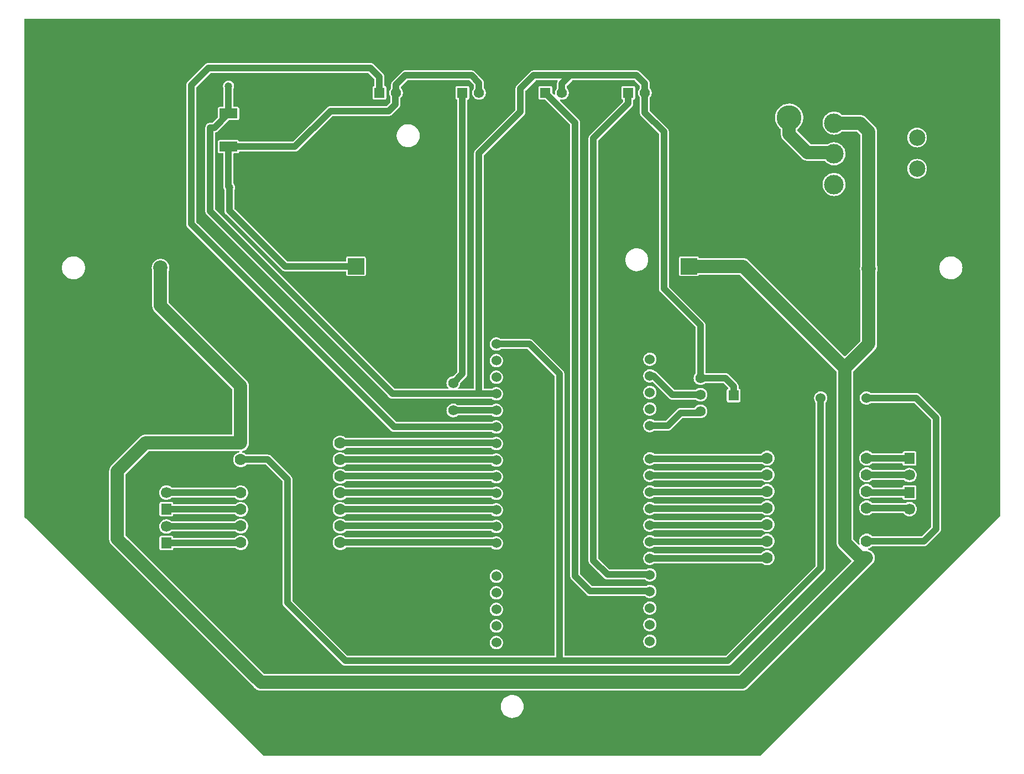
<source format=gtl>
G04 Layer: TopLayer*
G04 EasyEDA v6.5.39, 2025-04-13 13:19:23*
G04 8408eef12ba34164816cd70bfa3dd211,953214928e7c43af8b9c7e5a0e4489c6,10*
G04 Gerber Generator version 0.2*
G04 Scale: 100 percent, Rotated: No, Reflected: No *
G04 Dimensions in millimeters *
G04 leading zeros omitted , absolute positions ,4 integer and 5 decimal *
%FSLAX45Y45*%
%MOMM*%

%ADD10C,1.0000*%
%ADD11C,2.0000*%
%ADD12R,1.5748X1.5748*%
%ADD13C,1.5748*%
%ADD14C,3.8000*%
%ADD15C,1.1938*%
%ADD16C,1.5240*%
%ADD17R,1.5748X1.7000*%
%ADD18C,1.7000*%
%ADD19C,1.7780*%
%ADD20C,3.0000*%
%ADD21C,2.5000*%
%ADD22R,2.7305X1.5164*%
%ADD23R,2.5000X2.5000*%
%ADD24C,2.2000*%
%ADD25C,0.0114*%

%LPD*%
G36*
X3918153Y251409D02*
G01*
X3914292Y252171D01*
X3910990Y254355D01*
X255168Y3910177D01*
X252984Y3913479D01*
X252171Y3917391D01*
X252171Y11524234D01*
X252984Y11528094D01*
X255168Y11531396D01*
X258724Y11534952D01*
X262026Y11537188D01*
X265887Y11537950D01*
X15177312Y11537950D01*
X15181173Y11537188D01*
X15184475Y11534952D01*
X15188031Y11531396D01*
X15190216Y11528094D01*
X15191028Y11524234D01*
X15191028Y3917391D01*
X15190216Y3913479D01*
X15188031Y3910177D01*
X11532209Y254355D01*
X11528907Y252171D01*
X11525046Y251409D01*
G37*

%LPC*%
G36*
X7726121Y827481D02*
G01*
X7744206Y828852D01*
X7761986Y832103D01*
X7779410Y837184D01*
X7796174Y843991D01*
X7812125Y852525D01*
X7827162Y862634D01*
X7841081Y874217D01*
X7853730Y887171D01*
X7864957Y901395D01*
X7874660Y916686D01*
X7882788Y932840D01*
X7889138Y949807D01*
X7893761Y967333D01*
X7896555Y985215D01*
X7897469Y1003300D01*
X7896555Y1021384D01*
X7893761Y1039266D01*
X7889138Y1056792D01*
X7882788Y1073759D01*
X7874660Y1089914D01*
X7864957Y1105204D01*
X7853730Y1119428D01*
X7841081Y1132382D01*
X7827162Y1143965D01*
X7812125Y1154074D01*
X7796174Y1162608D01*
X7779410Y1169416D01*
X7761986Y1174496D01*
X7744206Y1177747D01*
X7726121Y1179118D01*
X7708036Y1178661D01*
X7690053Y1176324D01*
X7672425Y1172210D01*
X7655356Y1166215D01*
X7638948Y1158544D01*
X7623403Y1149248D01*
X7608925Y1138377D01*
X7595616Y1126083D01*
X7583678Y1112469D01*
X7573162Y1097686D01*
X7564272Y1081938D01*
X7557008Y1065326D01*
X7551521Y1048105D01*
X7547813Y1030376D01*
X7545933Y1012342D01*
X7545933Y994257D01*
X7547813Y976223D01*
X7551521Y958494D01*
X7557008Y941273D01*
X7564272Y924661D01*
X7573162Y908913D01*
X7583678Y894130D01*
X7595616Y880516D01*
X7608925Y868222D01*
X7623403Y857351D01*
X7638948Y848055D01*
X7655356Y840384D01*
X7672425Y834390D01*
X7690053Y830275D01*
X7708036Y827938D01*
G37*
G36*
X3873652Y1245666D02*
G01*
X11239093Y1245666D01*
X11246866Y1245920D01*
X11254435Y1246632D01*
X11261953Y1247749D01*
X11269370Y1249375D01*
X11276685Y1251407D01*
X11283899Y1253896D01*
X11290909Y1256792D01*
X11297767Y1260094D01*
X11304371Y1263853D01*
X11310772Y1267968D01*
X11316868Y1272489D01*
X11322710Y1277366D01*
X11328400Y1282700D01*
X13237718Y3192018D01*
X13243051Y3197707D01*
X13247928Y3203549D01*
X13252450Y3209645D01*
X13256564Y3216046D01*
X13260324Y3222650D01*
X13263626Y3229508D01*
X13266521Y3236518D01*
X13269010Y3243732D01*
X13271042Y3251047D01*
X13272668Y3258464D01*
X13273786Y3265982D01*
X13274497Y3273552D01*
X13274700Y3281172D01*
X13274497Y3288792D01*
X13273786Y3296361D01*
X13272668Y3303879D01*
X13271042Y3311296D01*
X13269010Y3318611D01*
X13266521Y3325825D01*
X13263626Y3332835D01*
X13260324Y3339693D01*
X13256564Y3346297D01*
X13252450Y3352698D01*
X13247928Y3358794D01*
X13243051Y3364636D01*
X13237870Y3370173D01*
X13232282Y3375406D01*
X13226440Y3380282D01*
X13220344Y3384804D01*
X13213943Y3388918D01*
X13207339Y3392678D01*
X13200481Y3395979D01*
X13193471Y3398875D01*
X13186257Y3401364D01*
X13175945Y3404057D01*
X13171881Y3405936D01*
X13168985Y3409442D01*
X13167918Y3413810D01*
X13168833Y3418179D01*
X13171525Y3421786D01*
X13175538Y3423818D01*
X13184479Y3426104D01*
X13197890Y3431438D01*
X13210489Y3438398D01*
X13222173Y3446830D01*
X13232587Y3456635D01*
X13235787Y3458667D01*
X13239546Y3459378D01*
X14028166Y3459429D01*
X14037005Y3460292D01*
X14039443Y3460699D01*
X14048028Y3462832D01*
X14050365Y3463594D01*
X14058595Y3466998D01*
X14060779Y3468115D01*
X14068399Y3472687D01*
X14070431Y3474110D01*
X14077289Y3479800D01*
X14266824Y3669334D01*
X14273885Y3678174D01*
X14278508Y3685794D01*
X14279626Y3687978D01*
X14283029Y3696208D01*
X14283791Y3698544D01*
X14285925Y3707180D01*
X14286331Y3709619D01*
X14287144Y3718458D01*
X14287144Y5425541D01*
X14286331Y5434380D01*
X14285925Y5436819D01*
X14283791Y5445455D01*
X14283029Y5447792D01*
X14279626Y5456021D01*
X14278508Y5458206D01*
X14273885Y5465826D01*
X14266824Y5474665D01*
X13958265Y5783224D01*
X13949426Y5790285D01*
X13941806Y5794908D01*
X13939621Y5796026D01*
X13931392Y5799429D01*
X13929055Y5800191D01*
X13920419Y5802325D01*
X13917980Y5802731D01*
X13909141Y5803544D01*
X13216178Y5803595D01*
X13212724Y5804204D01*
X13209625Y5806033D01*
X13205053Y5809894D01*
X13193572Y5817209D01*
X13181177Y5822950D01*
X13168172Y5827014D01*
X13154710Y5829300D01*
X13141096Y5829706D01*
X13127532Y5828385D01*
X13114223Y5825185D01*
X13101523Y5820308D01*
X13089585Y5813755D01*
X13078561Y5805678D01*
X13068757Y5796178D01*
X13060324Y5785459D01*
X13053364Y5773724D01*
X13048030Y5761177D01*
X13044474Y5748020D01*
X13042646Y5734507D01*
X13042646Y5720892D01*
X13044474Y5707380D01*
X13048030Y5694222D01*
X13053364Y5681675D01*
X13060324Y5669940D01*
X13068757Y5659221D01*
X13078561Y5649722D01*
X13089585Y5641644D01*
X13101523Y5635091D01*
X13114223Y5630214D01*
X13127532Y5627014D01*
X13141096Y5625693D01*
X13154710Y5626150D01*
X13168172Y5628386D01*
X13181177Y5632450D01*
X13193572Y5638190D01*
X13205053Y5645505D01*
X13209625Y5649366D01*
X13212673Y5651195D01*
X13216178Y5651804D01*
X13870838Y5651804D01*
X13874750Y5651042D01*
X13878051Y5648807D01*
X14132407Y5394452D01*
X14134642Y5391150D01*
X14135404Y5387238D01*
X14135404Y3756761D01*
X14134642Y3752850D01*
X14132407Y3749548D01*
X13997025Y3614165D01*
X13993723Y3611981D01*
X13989862Y3611219D01*
X13239546Y3611219D01*
X13235787Y3611930D01*
X13232587Y3613962D01*
X13222173Y3623767D01*
X13210489Y3632200D01*
X13197890Y3639159D01*
X13184479Y3644493D01*
X13170509Y3648049D01*
X13156184Y3649878D01*
X13141807Y3649878D01*
X13127482Y3648049D01*
X13113512Y3644493D01*
X13100100Y3639159D01*
X13087502Y3632200D01*
X13075818Y3623767D01*
X13065302Y3613861D01*
X13056108Y3602786D01*
X13048386Y3590594D01*
X13042290Y3577539D01*
X13037819Y3563823D01*
X13035127Y3549700D01*
X13034213Y3535273D01*
X13035127Y3520897D01*
X13037819Y3506774D01*
X13041223Y3496157D01*
X13041680Y3491737D01*
X13040106Y3487521D01*
X13036905Y3484372D01*
X13032638Y3482949D01*
X13028218Y3483457D01*
X13024408Y3485845D01*
X12943179Y3567074D01*
X12940995Y3570376D01*
X12940233Y3574237D01*
X12940233Y6128562D01*
X12940995Y6132423D01*
X12943179Y6135725D01*
X13271500Y6464046D01*
X13276834Y6469735D01*
X13281710Y6475577D01*
X13286232Y6481673D01*
X13290346Y6488074D01*
X13294106Y6494678D01*
X13297407Y6501536D01*
X13300303Y6508546D01*
X13302792Y6515760D01*
X13304824Y6523075D01*
X13306450Y6530492D01*
X13307568Y6538010D01*
X13308279Y6545580D01*
X13308533Y6553352D01*
X13308533Y7656372D01*
X13309142Y7659878D01*
X13312800Y7669936D01*
X13316407Y7685278D01*
X13318236Y7700975D01*
X13318236Y7716824D01*
X13316407Y7732522D01*
X13312800Y7747863D01*
X13309142Y7757922D01*
X13308533Y7761427D01*
X13308533Y9804247D01*
X13308279Y9812020D01*
X13307568Y9819589D01*
X13306450Y9827107D01*
X13304824Y9834524D01*
X13302792Y9841839D01*
X13300303Y9849053D01*
X13297407Y9856063D01*
X13294106Y9862921D01*
X13290346Y9869525D01*
X13286232Y9875926D01*
X13281710Y9882022D01*
X13276834Y9887864D01*
X13271500Y9893554D01*
X13139419Y10025634D01*
X13133730Y10030968D01*
X13127888Y10035844D01*
X13121792Y10040366D01*
X13115391Y10044480D01*
X13108787Y10048240D01*
X13101929Y10051542D01*
X13094919Y10054437D01*
X13087705Y10056926D01*
X13080390Y10058958D01*
X13072973Y10060584D01*
X13065455Y10061702D01*
X13057886Y10062413D01*
X13050113Y10062616D01*
X12776352Y10062616D01*
X12772796Y10063276D01*
X12769646Y10065156D01*
X12758877Y10074656D01*
X12744094Y10085171D01*
X12728346Y10094061D01*
X12711734Y10101326D01*
X12694513Y10106812D01*
X12676784Y10110520D01*
X12658750Y10112400D01*
X12640665Y10112400D01*
X12622631Y10110520D01*
X12604902Y10106812D01*
X12587681Y10101326D01*
X12571069Y10094061D01*
X12555321Y10085171D01*
X12540538Y10074656D01*
X12526924Y10062718D01*
X12514630Y10049408D01*
X12503759Y10034930D01*
X12494463Y10019385D01*
X12486792Y10002977D01*
X12480798Y9985908D01*
X12476683Y9968280D01*
X12474346Y9950297D01*
X12473889Y9932212D01*
X12475260Y9914128D01*
X12478512Y9896348D01*
X12483592Y9878923D01*
X12490399Y9862159D01*
X12498933Y9846208D01*
X12509042Y9831171D01*
X12520625Y9817252D01*
X12533579Y9804603D01*
X12547803Y9793376D01*
X12563094Y9783673D01*
X12579248Y9775545D01*
X12596215Y9769195D01*
X12613741Y9764572D01*
X12631623Y9761778D01*
X12649708Y9760864D01*
X12667792Y9761778D01*
X12685674Y9764572D01*
X12703200Y9769195D01*
X12720167Y9775545D01*
X12736322Y9783673D01*
X12751612Y9793376D01*
X12765836Y9804603D01*
X12769240Y9807956D01*
X12772491Y9810089D01*
X12776352Y9810800D01*
X12993928Y9810800D01*
X12997789Y9810038D01*
X13001091Y9807854D01*
X13053720Y9755225D01*
X13055904Y9751923D01*
X13056717Y9748062D01*
X13056717Y7761427D01*
X13056057Y7757922D01*
X13052399Y7747863D01*
X13048792Y7732522D01*
X13046963Y7716824D01*
X13046963Y7700975D01*
X13048792Y7685278D01*
X13052399Y7669936D01*
X13056057Y7659878D01*
X13056717Y7656372D01*
X13056717Y6609537D01*
X13055904Y6605676D01*
X13053720Y6602374D01*
X12821462Y6370167D01*
X12818211Y6367932D01*
X12814300Y6367170D01*
X12810388Y6367932D01*
X12807137Y6370167D01*
X11343741Y7833512D01*
X11338052Y7838846D01*
X11332210Y7843723D01*
X11326114Y7848244D01*
X11319713Y7852359D01*
X11313109Y7856118D01*
X11306251Y7859420D01*
X11299240Y7862316D01*
X11292027Y7864805D01*
X11284712Y7866837D01*
X11277295Y7868462D01*
X11269776Y7869580D01*
X11262207Y7870291D01*
X11254435Y7870494D01*
X10588193Y7870494D01*
X10584129Y7871358D01*
X10580725Y7873746D01*
X10578592Y7877302D01*
X10577372Y7880807D01*
X10574324Y7885734D01*
X10570210Y7889798D01*
X10565333Y7892897D01*
X10559846Y7894777D01*
X10553547Y7895488D01*
X10304678Y7895488D01*
X10298328Y7894777D01*
X10292892Y7892897D01*
X10287965Y7889798D01*
X10283901Y7885734D01*
X10280802Y7880807D01*
X10278922Y7875371D01*
X10278211Y7869021D01*
X10278211Y7620152D01*
X10278922Y7613853D01*
X10280802Y7608366D01*
X10283901Y7603490D01*
X10287965Y7599375D01*
X10292892Y7596327D01*
X10298328Y7594396D01*
X10304678Y7593685D01*
X10553547Y7593685D01*
X10559846Y7594396D01*
X10565333Y7596327D01*
X10570210Y7599375D01*
X10574324Y7603490D01*
X10577372Y7608366D01*
X10578592Y7611922D01*
X10580776Y7615478D01*
X10584129Y7617866D01*
X10588193Y7618679D01*
X11198250Y7618679D01*
X11202111Y7617917D01*
X11205413Y7615732D01*
X12685420Y6135725D01*
X12687604Y6132423D01*
X12688417Y6128562D01*
X12688417Y3518052D01*
X12688620Y3510279D01*
X12689332Y3502710D01*
X12690449Y3495192D01*
X12692075Y3487775D01*
X12694107Y3480460D01*
X12696596Y3473246D01*
X12699492Y3466236D01*
X12702794Y3459378D01*
X12706553Y3452774D01*
X12710668Y3446373D01*
X12715189Y3440277D01*
X12720066Y3434435D01*
X12725400Y3428746D01*
X12914680Y3239465D01*
X12916865Y3236163D01*
X12917678Y3232251D01*
X12916865Y3228390D01*
X12914680Y3225088D01*
X11190071Y1500479D01*
X11186769Y1498295D01*
X11182908Y1497482D01*
X3929837Y1497482D01*
X3925976Y1498295D01*
X3922674Y1500479D01*
X1805279Y3617874D01*
X1803095Y3621176D01*
X1802333Y3625037D01*
X1802333Y4553762D01*
X1803095Y4557623D01*
X1805279Y4560925D01*
X2157374Y4913020D01*
X2160676Y4915204D01*
X2164537Y4915966D01*
X3529837Y4915966D01*
X3532225Y4915712D01*
X3537610Y4914392D01*
X3541623Y4912410D01*
X3544366Y4908956D01*
X3545382Y4904587D01*
X3544468Y4900269D01*
X3541725Y4896713D01*
X3537762Y4894681D01*
X3528720Y4892395D01*
X3515309Y4887061D01*
X3502710Y4880102D01*
X3491026Y4871669D01*
X3480511Y4861763D01*
X3471316Y4850688D01*
X3463594Y4838496D01*
X3457498Y4825441D01*
X3453028Y4811725D01*
X3450336Y4797602D01*
X3449421Y4783175D01*
X3450336Y4768799D01*
X3453028Y4754676D01*
X3457498Y4740960D01*
X3463594Y4727905D01*
X3471316Y4715713D01*
X3480511Y4704638D01*
X3491026Y4694732D01*
X3502710Y4686300D01*
X3515309Y4679340D01*
X3528720Y4674006D01*
X3542690Y4670450D01*
X3557015Y4668621D01*
X3571392Y4668621D01*
X3585718Y4670450D01*
X3599687Y4674006D01*
X3613099Y4679340D01*
X3625697Y4686300D01*
X3637381Y4694732D01*
X3647643Y4704435D01*
X3650894Y4706467D01*
X3654602Y4707178D01*
X3944264Y4707178D01*
X3948176Y4706416D01*
X3951478Y4704181D01*
X4201007Y4454652D01*
X4203242Y4451350D01*
X4204004Y4447438D01*
X4204055Y2588158D01*
X4204868Y2579319D01*
X4205274Y2576880D01*
X4207408Y2568244D01*
X4208170Y2565908D01*
X4211574Y2557678D01*
X4212691Y2555494D01*
X4217314Y2547874D01*
X4224375Y2539034D01*
X5117134Y1646275D01*
X5125974Y1639214D01*
X5133594Y1634591D01*
X5135778Y1633474D01*
X5144008Y1630070D01*
X5146344Y1629308D01*
X5154980Y1627174D01*
X5157419Y1626768D01*
X5166258Y1625955D01*
X11026241Y1625955D01*
X11035080Y1626768D01*
X11037519Y1627174D01*
X11046155Y1629308D01*
X11048492Y1630070D01*
X11056721Y1633474D01*
X11058906Y1634591D01*
X11066526Y1639214D01*
X11075365Y1646275D01*
X12501524Y3072434D01*
X12508585Y3081274D01*
X12513208Y3088894D01*
X12514326Y3091078D01*
X12517729Y3099308D01*
X12518491Y3101644D01*
X12520625Y3110280D01*
X12521031Y3112719D01*
X12521844Y3121558D01*
X12521895Y5655868D01*
X12522606Y5659526D01*
X12524536Y5662676D01*
X12526111Y5664454D01*
X12533833Y5675680D01*
X12539980Y5687872D01*
X12544450Y5700725D01*
X12547142Y5714085D01*
X12548057Y5727700D01*
X12547142Y5741314D01*
X12544450Y5754674D01*
X12539980Y5767578D01*
X12533833Y5779719D01*
X12526111Y5790946D01*
X12516967Y5801106D01*
X12506553Y5809894D01*
X12495072Y5817209D01*
X12482677Y5822950D01*
X12469672Y5827014D01*
X12456210Y5829300D01*
X12442596Y5829706D01*
X12429032Y5828385D01*
X12415723Y5825185D01*
X12403023Y5820308D01*
X12391085Y5813755D01*
X12380061Y5805678D01*
X12370257Y5796178D01*
X12361824Y5785459D01*
X12354864Y5773724D01*
X12349530Y5761177D01*
X12345974Y5748020D01*
X12344146Y5734507D01*
X12344146Y5720892D01*
X12345974Y5707380D01*
X12349530Y5694222D01*
X12354864Y5681675D01*
X12361824Y5669940D01*
X12367920Y5662218D01*
X12369546Y5659272D01*
X12370104Y5655919D01*
X12370104Y3159861D01*
X12369342Y3155950D01*
X12367107Y3152648D01*
X10995152Y1780692D01*
X10991850Y1778457D01*
X10987938Y1777695D01*
X8531555Y1777695D01*
X8527694Y1778457D01*
X8524392Y1780692D01*
X8522157Y1783994D01*
X8521395Y1787855D01*
X8521344Y6098641D01*
X8520531Y6107480D01*
X8520125Y6109919D01*
X8517991Y6118555D01*
X8517229Y6120892D01*
X8513826Y6129121D01*
X8512708Y6131306D01*
X8508085Y6138926D01*
X8501024Y6147765D01*
X8040065Y6608724D01*
X8031225Y6615785D01*
X8023606Y6620408D01*
X8021421Y6621525D01*
X8013192Y6624929D01*
X8010855Y6625691D01*
X8002219Y6627825D01*
X7999780Y6628231D01*
X7990941Y6629044D01*
X7551978Y6629095D01*
X7548524Y6629704D01*
X7545425Y6631533D01*
X7540853Y6635394D01*
X7529372Y6642709D01*
X7516977Y6648450D01*
X7503972Y6652514D01*
X7490510Y6654749D01*
X7476896Y6655206D01*
X7463332Y6653885D01*
X7450074Y6650685D01*
X7437323Y6645808D01*
X7425385Y6639255D01*
X7414412Y6631178D01*
X7404608Y6621678D01*
X7396124Y6610959D01*
X7389164Y6599224D01*
X7383881Y6586677D01*
X7380274Y6573520D01*
X7378446Y6560007D01*
X7378446Y6546392D01*
X7380274Y6532880D01*
X7383881Y6519722D01*
X7389164Y6507175D01*
X7396124Y6495440D01*
X7404608Y6484721D01*
X7414412Y6475222D01*
X7425385Y6467144D01*
X7437323Y6460591D01*
X7450074Y6455714D01*
X7463332Y6452514D01*
X7476896Y6451193D01*
X7490510Y6451650D01*
X7503972Y6453886D01*
X7516977Y6457950D01*
X7529372Y6463690D01*
X7540853Y6471005D01*
X7545425Y6474866D01*
X7548524Y6476695D01*
X7551978Y6477304D01*
X7952638Y6477304D01*
X7956550Y6476542D01*
X7959852Y6474307D01*
X8366607Y6067552D01*
X8368842Y6064250D01*
X8369604Y6060338D01*
X8369604Y1787855D01*
X8368842Y1783994D01*
X8366607Y1780692D01*
X8363305Y1778457D01*
X8359444Y1777695D01*
X5204561Y1777695D01*
X5200650Y1778457D01*
X5197348Y1780692D01*
X4358792Y2619248D01*
X4356557Y2622550D01*
X4355795Y2626461D01*
X4355744Y4485741D01*
X4354931Y4494580D01*
X4354525Y4497019D01*
X4352391Y4505655D01*
X4351629Y4507992D01*
X4348226Y4516221D01*
X4347108Y4518406D01*
X4342485Y4526026D01*
X4335424Y4534865D01*
X4031691Y4838598D01*
X4022851Y4845659D01*
X4015232Y4850282D01*
X4013047Y4851400D01*
X4004818Y4854803D01*
X4002481Y4855565D01*
X3993845Y4857699D01*
X3991406Y4858105D01*
X3982567Y4858918D01*
X3654856Y4858969D01*
X3651148Y4859680D01*
X3647948Y4861712D01*
X3637381Y4871669D01*
X3625697Y4880102D01*
X3613099Y4887061D01*
X3599687Y4892395D01*
X3591001Y4894580D01*
X3587038Y4896612D01*
X3584295Y4900168D01*
X3583381Y4904587D01*
X3584448Y4908905D01*
X3587242Y4912410D01*
X3591255Y4914341D01*
X3594404Y4915052D01*
X3605225Y4918202D01*
X3608882Y4919573D01*
X3619246Y4923993D01*
X3622751Y4925771D01*
X3632504Y4931460D01*
X3635806Y4933645D01*
X3644798Y4940452D01*
X3647744Y4942992D01*
X3655872Y4950815D01*
X3658514Y4953711D01*
X3665626Y4962499D01*
X3667912Y4965700D01*
X3673906Y4975250D01*
X3675786Y4978704D01*
X3680612Y4988915D01*
X3682034Y4992573D01*
X3685590Y5003241D01*
X3686606Y5007051D01*
X3688791Y5018125D01*
X3689350Y5022037D01*
X3690213Y5033264D01*
X3690315Y5909665D01*
X3690061Y5917438D01*
X3689350Y5925007D01*
X3688232Y5932525D01*
X3686606Y5939942D01*
X3684574Y5947257D01*
X3682085Y5954471D01*
X3679190Y5961481D01*
X3675887Y5968339D01*
X3672128Y5974943D01*
X3668014Y5981344D01*
X3663492Y5987440D01*
X3658615Y5993282D01*
X3653282Y5998972D01*
X2465679Y7186574D01*
X2463495Y7189876D01*
X2462733Y7193737D01*
X2462733Y7669072D01*
X2463342Y7672578D01*
X2467000Y7682636D01*
X2470607Y7697978D01*
X2472436Y7713675D01*
X2472436Y7729524D01*
X2470607Y7745222D01*
X2467000Y7760563D01*
X2461564Y7775448D01*
X2454503Y7789570D01*
X2445816Y7802727D01*
X2435656Y7814868D01*
X2424125Y7825689D01*
X2411476Y7835138D01*
X2397810Y7843012D01*
X2383282Y7849311D01*
X2368143Y7853832D01*
X2352598Y7856575D01*
X2336800Y7857490D01*
X2321001Y7856575D01*
X2305456Y7853832D01*
X2290318Y7849311D01*
X2275789Y7843012D01*
X2262124Y7835138D01*
X2249474Y7825689D01*
X2237943Y7814868D01*
X2227783Y7802727D01*
X2219096Y7789570D01*
X2212035Y7775448D01*
X2206599Y7760563D01*
X2202992Y7745222D01*
X2201164Y7729524D01*
X2201164Y7713675D01*
X2202992Y7697978D01*
X2206599Y7682636D01*
X2210257Y7672578D01*
X2210917Y7669072D01*
X2210917Y7137552D01*
X2211120Y7129780D01*
X2211832Y7122210D01*
X2212949Y7114692D01*
X2214575Y7107275D01*
X2216607Y7099960D01*
X2219096Y7092746D01*
X2221992Y7085736D01*
X2225294Y7078878D01*
X2229053Y7072274D01*
X2233168Y7065873D01*
X2237689Y7059777D01*
X2242566Y7053935D01*
X2247900Y7048246D01*
X3435502Y5860643D01*
X3437686Y5857341D01*
X3438499Y5853480D01*
X3438499Y5177942D01*
X3437686Y5174081D01*
X3435502Y5170779D01*
X3432200Y5168595D01*
X3428339Y5167782D01*
X2108352Y5167782D01*
X2100580Y5167579D01*
X2093010Y5166868D01*
X2085492Y5165750D01*
X2078075Y5164124D01*
X2070760Y5162092D01*
X2063546Y5159603D01*
X2056536Y5156708D01*
X2049678Y5153406D01*
X2043074Y5149646D01*
X2036673Y5145532D01*
X2030577Y5141010D01*
X2024735Y5136134D01*
X2019046Y5130800D01*
X1587500Y4699254D01*
X1582166Y4693564D01*
X1577289Y4687722D01*
X1572768Y4681626D01*
X1568653Y4675225D01*
X1564894Y4668621D01*
X1561592Y4661763D01*
X1558696Y4654753D01*
X1556207Y4647539D01*
X1554175Y4640224D01*
X1552549Y4632807D01*
X1551432Y4625289D01*
X1550720Y4617720D01*
X1550517Y4609947D01*
X1550517Y3568852D01*
X1550720Y3561079D01*
X1551432Y3553510D01*
X1552549Y3545992D01*
X1554175Y3538575D01*
X1556207Y3531260D01*
X1558696Y3524046D01*
X1561592Y3517036D01*
X1564894Y3510178D01*
X1568653Y3503574D01*
X1572768Y3497173D01*
X1577289Y3491077D01*
X1582166Y3485235D01*
X1587500Y3479546D01*
X3784346Y1282700D01*
X3790035Y1277366D01*
X3795877Y1272489D01*
X3801973Y1267968D01*
X3808374Y1263853D01*
X3814978Y1260094D01*
X3821836Y1256792D01*
X3828846Y1253896D01*
X3836060Y1251407D01*
X3843375Y1249375D01*
X3850792Y1247749D01*
X3858310Y1246632D01*
X3865879Y1245920D01*
G37*
G36*
X7476896Y1879193D02*
G01*
X7490510Y1879650D01*
X7503972Y1881886D01*
X7516977Y1885950D01*
X7529372Y1891690D01*
X7540853Y1899005D01*
X7551267Y1907793D01*
X7560411Y1917954D01*
X7568133Y1929180D01*
X7574280Y1941322D01*
X7578750Y1954225D01*
X7581493Y1967585D01*
X7582408Y1981200D01*
X7581493Y1994814D01*
X7578750Y2008174D01*
X7574280Y2021078D01*
X7568133Y2033219D01*
X7560411Y2044446D01*
X7551267Y2054606D01*
X7540853Y2063394D01*
X7529372Y2070709D01*
X7516977Y2076450D01*
X7503972Y2080514D01*
X7490510Y2082749D01*
X7476896Y2083206D01*
X7463332Y2081885D01*
X7450074Y2078685D01*
X7437323Y2073808D01*
X7425385Y2067255D01*
X7414412Y2059178D01*
X7404608Y2049678D01*
X7396124Y2038959D01*
X7389164Y2027224D01*
X7383881Y2014677D01*
X7380274Y2001520D01*
X7378446Y1988007D01*
X7378446Y1974392D01*
X7380274Y1960880D01*
X7383881Y1947722D01*
X7389164Y1935175D01*
X7396124Y1923440D01*
X7404608Y1912721D01*
X7414412Y1903222D01*
X7425385Y1895144D01*
X7437323Y1888591D01*
X7450074Y1883714D01*
X7463332Y1880514D01*
G37*
G36*
X9826904Y1901189D02*
G01*
X9840518Y1901647D01*
X9853980Y1903882D01*
X9866985Y1907946D01*
X9879380Y1913686D01*
X9890861Y1921002D01*
X9901275Y1929841D01*
X9910419Y1939950D01*
X9918141Y1951177D01*
X9924288Y1963369D01*
X9928758Y1976221D01*
X9931450Y1989582D01*
X9932365Y2003196D01*
X9931450Y2016810D01*
X9928758Y2030171D01*
X9924288Y2043074D01*
X9918141Y2055215D01*
X9910419Y2066442D01*
X9901275Y2076602D01*
X9890861Y2085390D01*
X9879380Y2092706D01*
X9866985Y2098446D01*
X9853980Y2102510D01*
X9840518Y2104796D01*
X9826904Y2105202D01*
X9813340Y2103882D01*
X9800031Y2100681D01*
X9787331Y2095804D01*
X9775393Y2089251D01*
X9764369Y2081174D01*
X9754565Y2071674D01*
X9746132Y2060956D01*
X9739172Y2049221D01*
X9733838Y2036673D01*
X9730282Y2023516D01*
X9728454Y2010003D01*
X9728454Y1996389D01*
X9730282Y1982876D01*
X9733838Y1969719D01*
X9739172Y1957171D01*
X9746132Y1945436D01*
X9754565Y1934718D01*
X9764369Y1925218D01*
X9775393Y1917141D01*
X9787331Y1910588D01*
X9800031Y1905711D01*
X9813340Y1902510D01*
G37*
G36*
X7476896Y2133193D02*
G01*
X7490510Y2133650D01*
X7503972Y2135886D01*
X7516977Y2139950D01*
X7529372Y2145690D01*
X7540853Y2153005D01*
X7551267Y2161794D01*
X7560411Y2171954D01*
X7568133Y2183180D01*
X7574280Y2195322D01*
X7578750Y2208225D01*
X7581493Y2221585D01*
X7582408Y2235200D01*
X7581493Y2248814D01*
X7578750Y2262174D01*
X7574280Y2275078D01*
X7568133Y2287219D01*
X7560411Y2298446D01*
X7551267Y2308606D01*
X7540853Y2317394D01*
X7529372Y2324709D01*
X7516977Y2330450D01*
X7503972Y2334514D01*
X7490510Y2336749D01*
X7476896Y2337206D01*
X7463332Y2335885D01*
X7450074Y2332685D01*
X7437323Y2327808D01*
X7425385Y2321255D01*
X7414412Y2313178D01*
X7404608Y2303678D01*
X7396124Y2292959D01*
X7389164Y2281224D01*
X7383881Y2268677D01*
X7380274Y2255520D01*
X7378446Y2242007D01*
X7378446Y2228392D01*
X7380274Y2214880D01*
X7383881Y2201722D01*
X7389164Y2189175D01*
X7396124Y2177440D01*
X7404608Y2166721D01*
X7414412Y2157222D01*
X7425385Y2149144D01*
X7437323Y2142591D01*
X7450074Y2137714D01*
X7463332Y2134514D01*
G37*
G36*
X9826904Y2155190D02*
G01*
X9840518Y2155647D01*
X9853980Y2157882D01*
X9866985Y2161946D01*
X9879380Y2167686D01*
X9890861Y2175002D01*
X9901275Y2183841D01*
X9910419Y2193950D01*
X9918141Y2205177D01*
X9924288Y2217369D01*
X9928758Y2230221D01*
X9931450Y2243582D01*
X9932365Y2257196D01*
X9931450Y2270810D01*
X9928758Y2284171D01*
X9924288Y2297074D01*
X9918141Y2309215D01*
X9910419Y2320442D01*
X9901275Y2330602D01*
X9890861Y2339390D01*
X9879380Y2346706D01*
X9866985Y2352446D01*
X9853980Y2356510D01*
X9840518Y2358796D01*
X9826904Y2359202D01*
X9813340Y2357882D01*
X9800031Y2354681D01*
X9787331Y2349804D01*
X9775393Y2343251D01*
X9764369Y2335174D01*
X9754565Y2325674D01*
X9746132Y2314956D01*
X9739172Y2303221D01*
X9733838Y2290673D01*
X9730282Y2277516D01*
X9728454Y2264003D01*
X9728454Y2250389D01*
X9730282Y2236876D01*
X9733838Y2223719D01*
X9739172Y2211171D01*
X9746132Y2199436D01*
X9754565Y2188718D01*
X9764369Y2179218D01*
X9775393Y2171141D01*
X9787331Y2164588D01*
X9800031Y2159711D01*
X9813340Y2156510D01*
G37*
G36*
X7476896Y2387193D02*
G01*
X7490510Y2387650D01*
X7503972Y2389886D01*
X7516977Y2393950D01*
X7529372Y2399690D01*
X7540853Y2407005D01*
X7551267Y2415794D01*
X7560411Y2425954D01*
X7568133Y2437180D01*
X7574280Y2449322D01*
X7578750Y2462225D01*
X7581493Y2475585D01*
X7582408Y2489200D01*
X7581493Y2502814D01*
X7578750Y2516174D01*
X7574280Y2529078D01*
X7568133Y2541219D01*
X7560411Y2552446D01*
X7551267Y2562606D01*
X7540853Y2571394D01*
X7529372Y2578709D01*
X7516977Y2584450D01*
X7503972Y2588514D01*
X7490510Y2590749D01*
X7476896Y2591206D01*
X7463332Y2589885D01*
X7450074Y2586685D01*
X7437323Y2581808D01*
X7425385Y2575255D01*
X7414412Y2567178D01*
X7404608Y2557678D01*
X7396124Y2546959D01*
X7389164Y2535224D01*
X7383881Y2522677D01*
X7380274Y2509520D01*
X7378446Y2496007D01*
X7378446Y2482392D01*
X7380274Y2468880D01*
X7383881Y2455722D01*
X7389164Y2443175D01*
X7396124Y2431440D01*
X7404608Y2420721D01*
X7414412Y2411222D01*
X7425385Y2403144D01*
X7437323Y2396591D01*
X7450074Y2391714D01*
X7463332Y2388514D01*
G37*
G36*
X9826904Y2409190D02*
G01*
X9840518Y2409647D01*
X9853980Y2411882D01*
X9866985Y2415946D01*
X9879380Y2421686D01*
X9890861Y2429002D01*
X9901275Y2437841D01*
X9910419Y2447950D01*
X9918141Y2459177D01*
X9924288Y2471369D01*
X9928758Y2484221D01*
X9931450Y2497582D01*
X9932365Y2511196D01*
X9931450Y2524810D01*
X9928758Y2538171D01*
X9924288Y2551074D01*
X9918141Y2563215D01*
X9910419Y2574442D01*
X9901275Y2584602D01*
X9890861Y2593390D01*
X9879380Y2600706D01*
X9866985Y2606446D01*
X9853980Y2610510D01*
X9840518Y2612796D01*
X9826904Y2613202D01*
X9813340Y2611882D01*
X9800031Y2608681D01*
X9787331Y2603804D01*
X9775393Y2597251D01*
X9764369Y2589174D01*
X9754565Y2579674D01*
X9746132Y2568956D01*
X9739172Y2557221D01*
X9733838Y2544673D01*
X9730282Y2531516D01*
X9728454Y2518003D01*
X9728454Y2504389D01*
X9730282Y2490876D01*
X9733838Y2477719D01*
X9739172Y2465171D01*
X9746132Y2453436D01*
X9754565Y2442718D01*
X9764369Y2433218D01*
X9775393Y2425141D01*
X9787331Y2418588D01*
X9800031Y2413711D01*
X9813340Y2410510D01*
G37*
G36*
X7476896Y2641193D02*
G01*
X7490510Y2641650D01*
X7503972Y2643886D01*
X7516977Y2647950D01*
X7529372Y2653690D01*
X7540853Y2661005D01*
X7551267Y2669794D01*
X7560411Y2679954D01*
X7568133Y2691180D01*
X7574280Y2703322D01*
X7578750Y2716225D01*
X7581493Y2729585D01*
X7582408Y2743200D01*
X7581493Y2756814D01*
X7578750Y2770174D01*
X7574280Y2783078D01*
X7568133Y2795219D01*
X7560411Y2806446D01*
X7551267Y2816606D01*
X7540853Y2825394D01*
X7529372Y2832709D01*
X7516977Y2838450D01*
X7503972Y2842514D01*
X7490510Y2844749D01*
X7476896Y2845206D01*
X7463332Y2843885D01*
X7450074Y2840685D01*
X7437323Y2835808D01*
X7425385Y2829255D01*
X7414412Y2821178D01*
X7404608Y2811678D01*
X7396124Y2800959D01*
X7389164Y2789224D01*
X7383881Y2776677D01*
X7380274Y2763520D01*
X7378446Y2750007D01*
X7378446Y2736392D01*
X7380274Y2722880D01*
X7383881Y2709722D01*
X7389164Y2697175D01*
X7396124Y2685440D01*
X7404608Y2674721D01*
X7414412Y2665222D01*
X7425385Y2657144D01*
X7437323Y2650591D01*
X7450074Y2645714D01*
X7463332Y2642514D01*
G37*
G36*
X9826904Y2663190D02*
G01*
X9840518Y2663647D01*
X9853980Y2665882D01*
X9866985Y2669946D01*
X9879380Y2675686D01*
X9890861Y2683002D01*
X9901275Y2691841D01*
X9910419Y2701950D01*
X9918141Y2713177D01*
X9924288Y2725369D01*
X9928758Y2738221D01*
X9931450Y2751582D01*
X9932365Y2765196D01*
X9931450Y2778810D01*
X9928758Y2792171D01*
X9924288Y2805074D01*
X9918141Y2817215D01*
X9910419Y2828442D01*
X9901275Y2838602D01*
X9890861Y2847390D01*
X9879380Y2854706D01*
X9866985Y2860446D01*
X9853980Y2864510D01*
X9840518Y2866796D01*
X9826904Y2867202D01*
X9813340Y2865882D01*
X9800031Y2862681D01*
X9787331Y2857804D01*
X9775393Y2851251D01*
X9768890Y2846476D01*
X9766046Y2845003D01*
X9762896Y2844495D01*
X8951061Y2844495D01*
X8947150Y2845257D01*
X8943848Y2847492D01*
X8765692Y3025648D01*
X8763457Y3028950D01*
X8762695Y3032861D01*
X8762644Y9946741D01*
X8761831Y9955580D01*
X8761425Y9958019D01*
X8759291Y9966655D01*
X8758529Y9968992D01*
X8755126Y9977221D01*
X8754008Y9979406D01*
X8749385Y9987026D01*
X8742324Y9995865D01*
X8457082Y10281158D01*
X8454796Y10284764D01*
X8454136Y10288981D01*
X8455304Y10293146D01*
X8458098Y10296398D01*
X8461959Y10298226D01*
X8466277Y10298277D01*
X8469934Y10297566D01*
X8483600Y10296652D01*
X8497265Y10297566D01*
X8510676Y10300258D01*
X8523630Y10304627D01*
X8535924Y10310672D01*
X8547303Y10318292D01*
X8557564Y10327335D01*
X8566607Y10337596D01*
X8574227Y10348976D01*
X8580272Y10361269D01*
X8584641Y10374223D01*
X8587333Y10387634D01*
X8588248Y10401300D01*
X8587333Y10414965D01*
X8584641Y10428376D01*
X8580272Y10441330D01*
X8574227Y10453624D01*
X8566607Y10465003D01*
X8562035Y10470235D01*
X8560155Y10473334D01*
X8559495Y10476890D01*
X8559495Y10505338D01*
X8560257Y10509250D01*
X8562492Y10512552D01*
X8639048Y10589107D01*
X8642350Y10591342D01*
X8646261Y10592104D01*
X9590938Y10592104D01*
X9594850Y10591342D01*
X9598152Y10589107D01*
X9674707Y10512552D01*
X9676942Y10509250D01*
X9677704Y10505338D01*
X9677704Y10476890D01*
X9677044Y10473334D01*
X9675164Y10470235D01*
X9670592Y10465003D01*
X9662972Y10453624D01*
X9656927Y10441330D01*
X9652558Y10428376D01*
X9649866Y10414965D01*
X9648952Y10401300D01*
X9649866Y10387634D01*
X9652558Y10374223D01*
X9656927Y10361269D01*
X9662972Y10348976D01*
X9670592Y10337596D01*
X9675164Y10332364D01*
X9677044Y10329265D01*
X9677704Y10325709D01*
X9677755Y10093858D01*
X9678568Y10085019D01*
X9678974Y10082580D01*
X9681108Y10073944D01*
X9681870Y10071608D01*
X9685274Y10063378D01*
X9686391Y10061194D01*
X9691014Y10053574D01*
X9698075Y10044734D01*
X9966807Y9775952D01*
X9969042Y9772650D01*
X9969804Y9768738D01*
X9969855Y7401458D01*
X9970668Y7392619D01*
X9971074Y7390180D01*
X9973208Y7381544D01*
X9973970Y7379208D01*
X9977374Y7370978D01*
X9978491Y7368794D01*
X9983114Y7361174D01*
X9990175Y7352334D01*
X10525607Y6816852D01*
X10527842Y6813550D01*
X10528604Y6809638D01*
X10528604Y6108090D01*
X10527944Y6104534D01*
X10526064Y6101435D01*
X10521492Y6096203D01*
X10513872Y6084824D01*
X10507827Y6072530D01*
X10503458Y6059576D01*
X10500766Y6046165D01*
X10499852Y6032500D01*
X10500766Y6018834D01*
X10503458Y6005423D01*
X10507827Y5992469D01*
X10513872Y5980176D01*
X10521492Y5968796D01*
X10530535Y5958535D01*
X10540796Y5949492D01*
X10552176Y5941872D01*
X10564469Y5935827D01*
X10577423Y5931458D01*
X10590834Y5928766D01*
X10604500Y5927852D01*
X10618165Y5928766D01*
X10631576Y5931458D01*
X10644530Y5935827D01*
X10656824Y5941872D01*
X10668203Y5949492D01*
X10673435Y5954064D01*
X10676534Y5955944D01*
X10680090Y5956604D01*
X10949838Y5956604D01*
X10953750Y5955842D01*
X10957052Y5953607D01*
X11026140Y5884519D01*
X11028375Y5881166D01*
X11029086Y5877204D01*
X11028273Y5873292D01*
X11025987Y5869990D01*
X11017656Y5864758D01*
X11013541Y5860643D01*
X11010493Y5855766D01*
X11008563Y5850280D01*
X11007852Y5843981D01*
X11007852Y5687618D01*
X11008563Y5681319D01*
X11010493Y5675833D01*
X11013541Y5670956D01*
X11017656Y5666841D01*
X11022533Y5663793D01*
X11028019Y5661863D01*
X11034318Y5661152D01*
X11190681Y5661152D01*
X11196980Y5661863D01*
X11202466Y5663793D01*
X11207343Y5666841D01*
X11211458Y5670956D01*
X11214506Y5675833D01*
X11216436Y5681319D01*
X11217148Y5687618D01*
X11217148Y5843981D01*
X11216436Y5850280D01*
X11214506Y5855766D01*
X11211458Y5860643D01*
X11207343Y5864758D01*
X11202517Y5867755D01*
X11195405Y5870143D01*
X11191748Y5872276D01*
X11189258Y5875680D01*
X11188395Y5879795D01*
X11188344Y5908141D01*
X11187531Y5916980D01*
X11187125Y5919419D01*
X11184991Y5928055D01*
X11184229Y5930392D01*
X11180826Y5938621D01*
X11179708Y5940806D01*
X11175085Y5948426D01*
X11168024Y5957265D01*
X11037265Y6088024D01*
X11028426Y6095085D01*
X11020806Y6099708D01*
X11018621Y6100826D01*
X11010392Y6104229D01*
X11008055Y6104991D01*
X10999419Y6107125D01*
X10996980Y6107531D01*
X10988141Y6108344D01*
X10690555Y6108395D01*
X10686694Y6109157D01*
X10683392Y6111392D01*
X10681157Y6114694D01*
X10680395Y6118555D01*
X10680344Y6847941D01*
X10679531Y6856780D01*
X10679125Y6859219D01*
X10676991Y6867855D01*
X10676229Y6870192D01*
X10672826Y6878421D01*
X10671708Y6880606D01*
X10667085Y6888225D01*
X10660024Y6897065D01*
X10124592Y7432548D01*
X10122357Y7435850D01*
X10121595Y7439761D01*
X10121544Y9807041D01*
X10120731Y9815880D01*
X10120325Y9818319D01*
X10118191Y9826955D01*
X10117429Y9829292D01*
X10114026Y9837521D01*
X10112908Y9839706D01*
X10108285Y9847326D01*
X10101224Y9856165D01*
X9832492Y10124948D01*
X9830257Y10128250D01*
X9829495Y10132161D01*
X9829495Y10325709D01*
X9830155Y10329265D01*
X9832035Y10332364D01*
X9836607Y10337596D01*
X9844227Y10348976D01*
X9850272Y10361269D01*
X9854641Y10374223D01*
X9857333Y10387634D01*
X9858248Y10401300D01*
X9857333Y10414965D01*
X9854641Y10428376D01*
X9850272Y10441330D01*
X9844227Y10453624D01*
X9836607Y10465003D01*
X9832035Y10470235D01*
X9830155Y10473334D01*
X9829495Y10476890D01*
X9829444Y10543641D01*
X9828631Y10552480D01*
X9828225Y10554919D01*
X9826091Y10563555D01*
X9825329Y10565892D01*
X9821926Y10574121D01*
X9820808Y10576306D01*
X9816185Y10583926D01*
X9809124Y10592765D01*
X9678365Y10723524D01*
X9669526Y10730585D01*
X9661906Y10735208D01*
X9659721Y10736326D01*
X9651492Y10739729D01*
X9649155Y10740491D01*
X9640519Y10742625D01*
X9638080Y10743031D01*
X9629241Y10743844D01*
X8049158Y10743844D01*
X8040319Y10743031D01*
X8037880Y10742625D01*
X8029244Y10740491D01*
X8026908Y10739729D01*
X8018678Y10736326D01*
X8016494Y10735208D01*
X8008874Y10730585D01*
X8000034Y10723524D01*
X7793075Y10516565D01*
X7786014Y10507726D01*
X7781391Y10500106D01*
X7780274Y10497921D01*
X7776870Y10489692D01*
X7776108Y10487355D01*
X7773974Y10478719D01*
X7773568Y10476280D01*
X7772755Y10467441D01*
X7772704Y10144861D01*
X7771942Y10140950D01*
X7769707Y10137648D01*
X7158075Y9525965D01*
X7151014Y9517126D01*
X7146391Y9509506D01*
X7145274Y9507321D01*
X7141870Y9499092D01*
X7141108Y9496755D01*
X7138974Y9488119D01*
X7138568Y9485680D01*
X7137755Y9476841D01*
X7137704Y5877255D01*
X7136942Y5873394D01*
X7134707Y5870092D01*
X7131405Y5867857D01*
X7127544Y5867095D01*
X6902958Y5867095D01*
X6899198Y5867857D01*
X6895947Y5869940D01*
X6893712Y5873089D01*
X6892798Y5876848D01*
X6893356Y5880658D01*
X6895338Y5883960D01*
X6902907Y5892596D01*
X6910527Y5903976D01*
X6916572Y5916269D01*
X6920941Y5929223D01*
X6923633Y5942634D01*
X6924090Y5949594D01*
X6924954Y5953099D01*
X6927037Y5956096D01*
X7015124Y6044234D01*
X7022185Y6053074D01*
X7026808Y6060694D01*
X7027925Y6062878D01*
X7031329Y6071108D01*
X7032091Y6073444D01*
X7034225Y6082080D01*
X7034631Y6084519D01*
X7035444Y6093358D01*
X7035495Y10287304D01*
X7036358Y10291419D01*
X7038848Y10294823D01*
X7042505Y10296956D01*
X7049617Y10299344D01*
X7054443Y10302341D01*
X7058558Y10306456D01*
X7061606Y10311333D01*
X7063536Y10316819D01*
X7064248Y10323118D01*
X7064248Y10479481D01*
X7063536Y10485780D01*
X7061606Y10491266D01*
X7058558Y10496143D01*
X7054443Y10500258D01*
X7049566Y10503306D01*
X7044080Y10505236D01*
X7037781Y10505948D01*
X6881418Y10505948D01*
X6875119Y10505236D01*
X6869633Y10503306D01*
X6864756Y10500258D01*
X6860641Y10496143D01*
X6857593Y10491266D01*
X6855663Y10485780D01*
X6854952Y10479481D01*
X6854952Y10323118D01*
X6855663Y10316819D01*
X6857593Y10311333D01*
X6860641Y10306456D01*
X6864756Y10302341D01*
X6869582Y10299344D01*
X6876694Y10296956D01*
X6880352Y10294823D01*
X6882841Y10291419D01*
X6883704Y10287304D01*
X6883704Y6131661D01*
X6882942Y6127750D01*
X6880707Y6124448D01*
X6819696Y6063437D01*
X6816699Y6061354D01*
X6813194Y6060490D01*
X6806234Y6060033D01*
X6792823Y6057341D01*
X6779869Y6052972D01*
X6767575Y6046927D01*
X6756196Y6039307D01*
X6745935Y6030264D01*
X6736892Y6020003D01*
X6729272Y6008624D01*
X6723227Y5996330D01*
X6718858Y5983376D01*
X6716166Y5969965D01*
X6715252Y5956300D01*
X6716166Y5942634D01*
X6718858Y5929223D01*
X6723227Y5916269D01*
X6729272Y5903976D01*
X6736892Y5892596D01*
X6744462Y5883960D01*
X6746443Y5880658D01*
X6747002Y5876848D01*
X6746087Y5873089D01*
X6743852Y5869940D01*
X6740601Y5867857D01*
X6736842Y5867095D01*
X5928461Y5867095D01*
X5924550Y5867857D01*
X5921248Y5870092D01*
X3177692Y8613648D01*
X3175457Y8616950D01*
X3174695Y8620861D01*
X3174695Y9784994D01*
X3175660Y9789261D01*
X3178251Y9792766D01*
X3182112Y9794798D01*
X3187395Y9796272D01*
X3195421Y9799574D01*
X3197606Y9800691D01*
X3205226Y9805314D01*
X3214065Y9812375D01*
X3380841Y9979101D01*
X3384143Y9981285D01*
X3388055Y9982047D01*
X3514140Y9982047D01*
X3520490Y9982809D01*
X3525926Y9984689D01*
X3530854Y9987788D01*
X3534918Y9991852D01*
X3538016Y9996779D01*
X3539896Y10002215D01*
X3540658Y10008565D01*
X3540658Y10159034D01*
X3539896Y10165384D01*
X3538016Y10170820D01*
X3534918Y10175748D01*
X3530854Y10179812D01*
X3525926Y10182910D01*
X3520490Y10184790D01*
X3514140Y10185501D01*
X3464255Y10185501D01*
X3460394Y10186314D01*
X3457092Y10188498D01*
X3454857Y10191800D01*
X3454095Y10195661D01*
X3454095Y10461244D01*
X3454400Y10463733D01*
X3456025Y10467340D01*
X3460292Y10478770D01*
X3462883Y10490708D01*
X3463747Y10502900D01*
X3462883Y10515092D01*
X3460292Y10527030D01*
X3456025Y10538460D01*
X3450183Y10549178D01*
X3442868Y10558932D01*
X3434232Y10567568D01*
X3424478Y10574883D01*
X3413760Y10580725D01*
X3402329Y10584992D01*
X3390392Y10587583D01*
X3378200Y10588447D01*
X3366008Y10587583D01*
X3354070Y10584992D01*
X3342640Y10580725D01*
X3331921Y10574883D01*
X3322167Y10567568D01*
X3313531Y10558932D01*
X3306216Y10549178D01*
X3300374Y10538460D01*
X3296107Y10527030D01*
X3293516Y10515092D01*
X3292652Y10502900D01*
X3293516Y10490708D01*
X3296107Y10478770D01*
X3300374Y10467340D01*
X3302000Y10463733D01*
X3302304Y10461244D01*
X3302304Y10195661D01*
X3301542Y10191800D01*
X3299307Y10188498D01*
X3296005Y10186314D01*
X3292144Y10185501D01*
X3242259Y10185501D01*
X3235909Y10184790D01*
X3230473Y10182910D01*
X3225546Y10179812D01*
X3221482Y10175748D01*
X3218383Y10170820D01*
X3216503Y10165384D01*
X3215792Y10159034D01*
X3215792Y10032949D01*
X3214979Y10029037D01*
X3212795Y10025735D01*
X3133852Y9946792D01*
X3130550Y9944557D01*
X3126638Y9943795D01*
X3099003Y9943795D01*
X3093110Y9943592D01*
X3087471Y9942931D01*
X3081934Y9941915D01*
X3076448Y9940442D01*
X3071063Y9938562D01*
X3065881Y9936276D01*
X3060852Y9933635D01*
X3056026Y9930587D01*
X3051454Y9927234D01*
X3047187Y9923526D01*
X3043174Y9919512D01*
X3039465Y9915245D01*
X3036112Y9910673D01*
X3033064Y9905847D01*
X3030423Y9900818D01*
X3028137Y9895636D01*
X3026257Y9890252D01*
X3024784Y9884765D01*
X3023768Y9879228D01*
X3023108Y9873589D01*
X3022904Y9867696D01*
X3022955Y8582558D01*
X3023768Y8573719D01*
X3024174Y8571280D01*
X3026308Y8562644D01*
X3027070Y8560308D01*
X3030474Y8552078D01*
X3031591Y8549894D01*
X3036214Y8542274D01*
X3043275Y8533434D01*
X5841034Y5735675D01*
X5849874Y5728614D01*
X5857494Y5723991D01*
X5859678Y5722874D01*
X5867908Y5719470D01*
X5870244Y5718708D01*
X5878880Y5716574D01*
X5881319Y5716168D01*
X5890158Y5715355D01*
X7408265Y5715304D01*
X7411466Y5714796D01*
X7414310Y5713323D01*
X7425385Y5705144D01*
X7437323Y5698591D01*
X7450074Y5693714D01*
X7463332Y5690514D01*
X7476896Y5689193D01*
X7490510Y5689650D01*
X7503972Y5691886D01*
X7516977Y5695950D01*
X7529372Y5701690D01*
X7540853Y5709005D01*
X7551267Y5717794D01*
X7560411Y5727954D01*
X7568133Y5739180D01*
X7574280Y5751322D01*
X7578750Y5764225D01*
X7581493Y5777585D01*
X7582408Y5791200D01*
X7581493Y5804814D01*
X7578750Y5818174D01*
X7574280Y5831078D01*
X7568133Y5843219D01*
X7560411Y5854446D01*
X7551267Y5864606D01*
X7540853Y5873394D01*
X7529372Y5880709D01*
X7516977Y5886450D01*
X7503972Y5890514D01*
X7490510Y5892749D01*
X7476896Y5893206D01*
X7463332Y5891885D01*
X7450074Y5888685D01*
X7437323Y5883808D01*
X7425385Y5877255D01*
X7414310Y5869076D01*
X7411466Y5867603D01*
X7408265Y5867095D01*
X7299655Y5867095D01*
X7295794Y5867857D01*
X7292492Y5870092D01*
X7290257Y5873394D01*
X7289495Y5877255D01*
X7289495Y9438538D01*
X7290257Y9442450D01*
X7292492Y9445752D01*
X7904124Y10057434D01*
X7911185Y10066274D01*
X7915808Y10073894D01*
X7916925Y10076078D01*
X7920329Y10084308D01*
X7921091Y10086644D01*
X7923225Y10095280D01*
X7923631Y10097719D01*
X7924444Y10106558D01*
X7924495Y10429138D01*
X7925257Y10433050D01*
X7927492Y10436352D01*
X8080248Y10589107D01*
X8083550Y10591342D01*
X8087461Y10592104D01*
X8407958Y10592104D01*
X8412022Y10591241D01*
X8415426Y10588853D01*
X8417560Y10585297D01*
X8418068Y10581182D01*
X8416950Y10577169D01*
X8415274Y10574020D01*
X8411870Y10565892D01*
X8411108Y10563555D01*
X8408974Y10554919D01*
X8408568Y10552480D01*
X8407755Y10543641D01*
X8407704Y10476890D01*
X8407044Y10473334D01*
X8405164Y10470235D01*
X8400592Y10465003D01*
X8392972Y10453624D01*
X8386927Y10441330D01*
X8382558Y10428376D01*
X8379866Y10414965D01*
X8378952Y10401300D01*
X8379866Y10387634D01*
X8380577Y10383977D01*
X8380526Y10379659D01*
X8378698Y10375798D01*
X8375446Y10373004D01*
X8371281Y10371836D01*
X8367064Y10372496D01*
X8363458Y10374782D01*
X8337245Y10401046D01*
X8335009Y10404297D01*
X8334248Y10408208D01*
X8334248Y10479481D01*
X8333536Y10485780D01*
X8331606Y10491266D01*
X8328558Y10496143D01*
X8324443Y10500258D01*
X8319566Y10503306D01*
X8314080Y10505236D01*
X8307781Y10505948D01*
X8151418Y10505948D01*
X8145119Y10505236D01*
X8139633Y10503306D01*
X8134756Y10500258D01*
X8130641Y10496143D01*
X8127593Y10491266D01*
X8125663Y10485780D01*
X8124952Y10479481D01*
X8124952Y10323118D01*
X8125663Y10316819D01*
X8127593Y10311333D01*
X8130641Y10306456D01*
X8134756Y10302341D01*
X8139633Y10299293D01*
X8145119Y10297363D01*
X8151418Y10296652D01*
X8222691Y10296652D01*
X8226602Y10295890D01*
X8229853Y10293654D01*
X8607907Y9915652D01*
X8610142Y9912350D01*
X8610904Y9908438D01*
X8610955Y2994558D01*
X8611768Y2985719D01*
X8612174Y2983280D01*
X8614308Y2974644D01*
X8615070Y2972308D01*
X8618474Y2964078D01*
X8619591Y2961894D01*
X8624214Y2954274D01*
X8631275Y2945434D01*
X8863634Y2713075D01*
X8872474Y2706014D01*
X8880094Y2701391D01*
X8882278Y2700274D01*
X8890508Y2696870D01*
X8892844Y2696108D01*
X8901480Y2693974D01*
X8903919Y2693568D01*
X8912758Y2692755D01*
X9754666Y2692704D01*
X9758476Y2691942D01*
X9761728Y2689860D01*
X9764369Y2687218D01*
X9775393Y2679141D01*
X9787331Y2672588D01*
X9800031Y2667711D01*
X9813340Y2664510D01*
G37*
G36*
X7476896Y2895193D02*
G01*
X7490510Y2895650D01*
X7503972Y2897886D01*
X7516977Y2901950D01*
X7529372Y2907690D01*
X7540853Y2915005D01*
X7551267Y2923794D01*
X7560411Y2933954D01*
X7568133Y2945180D01*
X7574280Y2957322D01*
X7578750Y2970225D01*
X7581493Y2983585D01*
X7582408Y2997200D01*
X7581493Y3010814D01*
X7578750Y3024174D01*
X7574280Y3037078D01*
X7568133Y3049219D01*
X7560411Y3060446D01*
X7551267Y3070606D01*
X7540853Y3079394D01*
X7529372Y3086709D01*
X7516977Y3092450D01*
X7503972Y3096514D01*
X7490510Y3098749D01*
X7476896Y3099206D01*
X7463332Y3097885D01*
X7450074Y3094685D01*
X7437323Y3089808D01*
X7425385Y3083255D01*
X7414412Y3075178D01*
X7404608Y3065678D01*
X7396124Y3054959D01*
X7389164Y3043224D01*
X7383881Y3030677D01*
X7380274Y3017520D01*
X7378446Y3004007D01*
X7378446Y2990392D01*
X7380274Y2976880D01*
X7383881Y2963722D01*
X7389164Y2951175D01*
X7396124Y2939440D01*
X7404608Y2928721D01*
X7414412Y2919222D01*
X7425385Y2911144D01*
X7437323Y2904591D01*
X7450074Y2899714D01*
X7463332Y2896514D01*
G37*
G36*
X9826904Y2917190D02*
G01*
X9840518Y2917647D01*
X9853980Y2919882D01*
X9866985Y2923946D01*
X9879380Y2929686D01*
X9890861Y2937002D01*
X9901275Y2945841D01*
X9910419Y2955950D01*
X9918141Y2967177D01*
X9924288Y2979369D01*
X9928758Y2992221D01*
X9931450Y3005582D01*
X9932365Y3019196D01*
X9931450Y3032810D01*
X9928758Y3046171D01*
X9924288Y3059074D01*
X9918141Y3071215D01*
X9910419Y3082442D01*
X9901275Y3092602D01*
X9890861Y3101390D01*
X9879380Y3108706D01*
X9866985Y3114446D01*
X9853980Y3118510D01*
X9840518Y3120796D01*
X9826904Y3121202D01*
X9813340Y3119882D01*
X9800031Y3116681D01*
X9787331Y3111804D01*
X9775393Y3105251D01*
X9768890Y3100476D01*
X9766046Y3099003D01*
X9762896Y3098495D01*
X9217761Y3098495D01*
X9213850Y3099257D01*
X9210548Y3101492D01*
X9045092Y3266948D01*
X9042857Y3270250D01*
X9042095Y3274161D01*
X9042095Y9667138D01*
X9042857Y9671050D01*
X9045092Y9674352D01*
X9555124Y10184434D01*
X9562185Y10193274D01*
X9566808Y10200894D01*
X9567926Y10203078D01*
X9571329Y10211308D01*
X9572091Y10213644D01*
X9574225Y10222280D01*
X9574631Y10224719D01*
X9575444Y10233558D01*
X9575495Y10287304D01*
X9576358Y10291419D01*
X9578848Y10294823D01*
X9582505Y10296956D01*
X9589617Y10299344D01*
X9594443Y10302341D01*
X9598558Y10306456D01*
X9601606Y10311333D01*
X9603536Y10316819D01*
X9604248Y10323118D01*
X9604248Y10479481D01*
X9603536Y10485780D01*
X9601606Y10491266D01*
X9598558Y10496143D01*
X9594443Y10500258D01*
X9589566Y10503306D01*
X9584080Y10505236D01*
X9577781Y10505948D01*
X9421418Y10505948D01*
X9415119Y10505236D01*
X9409633Y10503306D01*
X9404756Y10500258D01*
X9400641Y10496143D01*
X9397593Y10491266D01*
X9395663Y10485780D01*
X9394952Y10479481D01*
X9394952Y10323118D01*
X9395663Y10316819D01*
X9397593Y10311333D01*
X9400641Y10306456D01*
X9404756Y10302341D01*
X9409582Y10299344D01*
X9416694Y10296956D01*
X9420352Y10294823D01*
X9422841Y10291419D01*
X9423704Y10287304D01*
X9423704Y10271861D01*
X9422942Y10267950D01*
X9420707Y10264648D01*
X8910675Y9754565D01*
X8903614Y9745726D01*
X8898991Y9738106D01*
X8897874Y9735921D01*
X8894470Y9727692D01*
X8893708Y9725355D01*
X8891574Y9716719D01*
X8891168Y9714280D01*
X8890355Y9705441D01*
X8890355Y3235858D01*
X8891168Y3227019D01*
X8891574Y3224580D01*
X8893708Y3215944D01*
X8894470Y3213608D01*
X8897874Y3205378D01*
X8898991Y3203194D01*
X8903614Y3195574D01*
X8910675Y3186734D01*
X9130334Y2967075D01*
X9139174Y2960014D01*
X9146794Y2955391D01*
X9148978Y2954274D01*
X9157208Y2950870D01*
X9159544Y2950108D01*
X9168180Y2947974D01*
X9170619Y2947568D01*
X9179458Y2946755D01*
X9754666Y2946704D01*
X9758476Y2945942D01*
X9761728Y2943860D01*
X9764369Y2941218D01*
X9775393Y2933141D01*
X9787331Y2926588D01*
X9800031Y2921711D01*
X9813340Y2918510D01*
G37*
G36*
X11617807Y3166719D02*
G01*
X11632184Y3166719D01*
X11646509Y3168548D01*
X11660479Y3172104D01*
X11673890Y3177438D01*
X11686489Y3184398D01*
X11698173Y3192830D01*
X11708688Y3202736D01*
X11717883Y3213811D01*
X11725605Y3226003D01*
X11731701Y3239058D01*
X11736171Y3252774D01*
X11738864Y3266897D01*
X11739778Y3281273D01*
X11738864Y3295700D01*
X11736171Y3309823D01*
X11731701Y3323539D01*
X11725605Y3336594D01*
X11717883Y3348786D01*
X11708688Y3359861D01*
X11698173Y3369767D01*
X11686489Y3378200D01*
X11673890Y3385159D01*
X11660479Y3390493D01*
X11646509Y3394049D01*
X11632184Y3395878D01*
X11617807Y3395878D01*
X11603482Y3394049D01*
X11589512Y3390493D01*
X11576100Y3385159D01*
X11563502Y3378200D01*
X11551818Y3369767D01*
X11541302Y3359861D01*
X11535460Y3352800D01*
X11531955Y3350056D01*
X11527637Y3349091D01*
X9901986Y3349091D01*
X9898532Y3349701D01*
X9895433Y3351529D01*
X9890861Y3355390D01*
X9879380Y3362706D01*
X9866985Y3368446D01*
X9853980Y3372510D01*
X9840518Y3374796D01*
X9826904Y3375202D01*
X9813340Y3373882D01*
X9800031Y3370681D01*
X9787331Y3365804D01*
X9775393Y3359251D01*
X9764369Y3351174D01*
X9754565Y3341674D01*
X9746132Y3330956D01*
X9739172Y3319221D01*
X9733838Y3306673D01*
X9730282Y3293516D01*
X9728454Y3280003D01*
X9728454Y3266389D01*
X9730282Y3252876D01*
X9733838Y3239719D01*
X9739172Y3227171D01*
X9746132Y3215436D01*
X9754565Y3204718D01*
X9764369Y3195218D01*
X9775393Y3187141D01*
X9787331Y3180588D01*
X9800031Y3175711D01*
X9813340Y3172510D01*
X9826904Y3171190D01*
X9840518Y3171647D01*
X9853980Y3173882D01*
X9866985Y3177946D01*
X9879380Y3183686D01*
X9890861Y3191002D01*
X9895433Y3194862D01*
X9898481Y3196691D01*
X9901986Y3197301D01*
X11543080Y3197301D01*
X11546840Y3196590D01*
X11550040Y3194558D01*
X11551818Y3192830D01*
X11563502Y3184398D01*
X11576100Y3177438D01*
X11589512Y3172104D01*
X11603482Y3168548D01*
G37*
G36*
X2347518Y3394303D02*
G01*
X2503881Y3394303D01*
X2510180Y3395014D01*
X2515666Y3396894D01*
X2520543Y3399993D01*
X2524658Y3404108D01*
X2527706Y3408984D01*
X2529636Y3414471D01*
X2530297Y3420262D01*
X2531364Y3423818D01*
X2533599Y3426714D01*
X2536748Y3428644D01*
X2540406Y3429304D01*
X3482187Y3429304D01*
X3485946Y3428593D01*
X3489147Y3426561D01*
X3491026Y3424732D01*
X3502710Y3416300D01*
X3515309Y3409340D01*
X3528720Y3404006D01*
X3542690Y3400450D01*
X3557015Y3398621D01*
X3571392Y3398621D01*
X3585718Y3400450D01*
X3599687Y3404006D01*
X3613099Y3409340D01*
X3625697Y3416300D01*
X3637381Y3424732D01*
X3647897Y3434638D01*
X3657092Y3445713D01*
X3664813Y3457905D01*
X3670909Y3470960D01*
X3675379Y3484676D01*
X3678072Y3498799D01*
X3678986Y3513175D01*
X3678072Y3527602D01*
X3675379Y3541725D01*
X3670909Y3555441D01*
X3664813Y3568496D01*
X3657092Y3580688D01*
X3647897Y3591763D01*
X3637381Y3601669D01*
X3625697Y3610101D01*
X3613099Y3617061D01*
X3599687Y3622395D01*
X3585718Y3625951D01*
X3571392Y3627780D01*
X3557015Y3627780D01*
X3542690Y3625951D01*
X3528720Y3622395D01*
X3515309Y3617061D01*
X3502710Y3610101D01*
X3491026Y3601669D01*
X3480511Y3591763D01*
X3474770Y3584803D01*
X3471265Y3582060D01*
X3466896Y3581095D01*
X2540406Y3581095D01*
X2536748Y3581755D01*
X2533599Y3583686D01*
X2531364Y3586581D01*
X2530297Y3590137D01*
X2529636Y3595928D01*
X2527706Y3601415D01*
X2524658Y3606292D01*
X2520543Y3610406D01*
X2515666Y3613505D01*
X2510180Y3615385D01*
X2503881Y3616096D01*
X2347518Y3616096D01*
X2341219Y3615385D01*
X2335733Y3613505D01*
X2330856Y3610406D01*
X2326741Y3606292D01*
X2323693Y3601415D01*
X2321763Y3595928D01*
X2321052Y3589629D01*
X2321052Y3420770D01*
X2321763Y3414471D01*
X2323693Y3408984D01*
X2326741Y3404108D01*
X2330856Y3399993D01*
X2335733Y3396894D01*
X2341219Y3395014D01*
G37*
G36*
X5081016Y3398621D02*
G01*
X5095392Y3398621D01*
X5109718Y3400450D01*
X5123688Y3404006D01*
X5137099Y3409340D01*
X5149697Y3416300D01*
X5161381Y3424732D01*
X5171795Y3434537D01*
X5174996Y3436569D01*
X5178755Y3437280D01*
X7399883Y3437280D01*
X7403693Y3436569D01*
X7406944Y3434435D01*
X7414412Y3427222D01*
X7425385Y3419144D01*
X7437323Y3412591D01*
X7450074Y3407714D01*
X7463332Y3404514D01*
X7476896Y3403193D01*
X7490510Y3403650D01*
X7503972Y3405886D01*
X7516977Y3409950D01*
X7529372Y3415690D01*
X7540853Y3423005D01*
X7551267Y3431794D01*
X7560411Y3441954D01*
X7568133Y3453180D01*
X7574280Y3465322D01*
X7578750Y3478225D01*
X7581493Y3491585D01*
X7582408Y3505200D01*
X7581493Y3518814D01*
X7578750Y3532174D01*
X7574280Y3545078D01*
X7568133Y3557219D01*
X7560411Y3568446D01*
X7551267Y3578606D01*
X7540853Y3587394D01*
X7529372Y3594709D01*
X7516977Y3600450D01*
X7503972Y3604514D01*
X7490510Y3606749D01*
X7476896Y3607206D01*
X7463332Y3605885D01*
X7450074Y3602685D01*
X7437323Y3597808D01*
X7422286Y3589629D01*
X7419136Y3589121D01*
X5178755Y3589121D01*
X5174996Y3589832D01*
X5171795Y3591864D01*
X5161381Y3601669D01*
X5149697Y3610101D01*
X5137099Y3617061D01*
X5123688Y3622395D01*
X5109718Y3625951D01*
X5095392Y3627780D01*
X5081016Y3627780D01*
X5066690Y3625951D01*
X5052720Y3622395D01*
X5039309Y3617061D01*
X5026710Y3610101D01*
X5015026Y3601669D01*
X5004511Y3591763D01*
X4995316Y3580688D01*
X4987594Y3568496D01*
X4981498Y3555441D01*
X4977028Y3541725D01*
X4974336Y3527602D01*
X4973421Y3513175D01*
X4974336Y3498799D01*
X4977028Y3484676D01*
X4981498Y3470960D01*
X4987594Y3457905D01*
X4995316Y3445713D01*
X5004511Y3434638D01*
X5015026Y3424732D01*
X5026710Y3416300D01*
X5039309Y3409340D01*
X5052720Y3404006D01*
X5066690Y3400450D01*
G37*
G36*
X11617807Y3420719D02*
G01*
X11632184Y3420719D01*
X11646509Y3422548D01*
X11660479Y3426104D01*
X11673890Y3431438D01*
X11686489Y3438398D01*
X11698173Y3446830D01*
X11708688Y3456736D01*
X11717883Y3467811D01*
X11725605Y3480003D01*
X11731701Y3493058D01*
X11736171Y3506774D01*
X11738864Y3520897D01*
X11739778Y3535273D01*
X11738864Y3549700D01*
X11736171Y3563823D01*
X11731701Y3577539D01*
X11725605Y3590594D01*
X11717883Y3602786D01*
X11708688Y3613861D01*
X11698173Y3623767D01*
X11686489Y3632200D01*
X11673890Y3639159D01*
X11660479Y3644493D01*
X11646509Y3648049D01*
X11632184Y3649878D01*
X11617807Y3649878D01*
X11603482Y3648049D01*
X11589512Y3644493D01*
X11576100Y3639159D01*
X11563502Y3632200D01*
X11551818Y3623767D01*
X11541302Y3613861D01*
X11535460Y3606800D01*
X11531955Y3604056D01*
X11527637Y3603091D01*
X9901986Y3603091D01*
X9898532Y3603701D01*
X9895433Y3605529D01*
X9890861Y3609390D01*
X9879380Y3616706D01*
X9866985Y3622446D01*
X9853980Y3626510D01*
X9840518Y3628796D01*
X9826904Y3629202D01*
X9813340Y3627882D01*
X9800031Y3624681D01*
X9787331Y3619804D01*
X9775393Y3613251D01*
X9764369Y3605174D01*
X9754565Y3595674D01*
X9746132Y3584956D01*
X9739172Y3573221D01*
X9733838Y3560673D01*
X9730282Y3547516D01*
X9728454Y3534003D01*
X9728454Y3520389D01*
X9730282Y3506876D01*
X9733838Y3493719D01*
X9739172Y3481171D01*
X9746132Y3469436D01*
X9754565Y3458718D01*
X9764369Y3449218D01*
X9775393Y3441141D01*
X9787331Y3434587D01*
X9800031Y3429711D01*
X9813340Y3426510D01*
X9826904Y3425190D01*
X9840518Y3425647D01*
X9853980Y3427882D01*
X9866985Y3431946D01*
X9879380Y3437686D01*
X9890861Y3445001D01*
X9895433Y3448862D01*
X9898481Y3450691D01*
X9901986Y3451301D01*
X11543080Y3451301D01*
X11546840Y3450590D01*
X11550040Y3448558D01*
X11551818Y3446830D01*
X11563502Y3438398D01*
X11576100Y3431438D01*
X11589512Y3426104D01*
X11603482Y3422548D01*
G37*
G36*
X2418588Y3648557D02*
G01*
X2432812Y3648557D01*
X2446883Y3650335D01*
X2460650Y3653942D01*
X2473807Y3659276D01*
X2486202Y3666286D01*
X2497582Y3674770D01*
X2503424Y3680409D01*
X2506675Y3682542D01*
X2510485Y3683304D01*
X3482187Y3683304D01*
X3485946Y3682593D01*
X3489147Y3680561D01*
X3491026Y3678732D01*
X3502710Y3670300D01*
X3515309Y3663340D01*
X3528720Y3658006D01*
X3542690Y3654450D01*
X3557015Y3652621D01*
X3571392Y3652621D01*
X3585718Y3654450D01*
X3599687Y3658006D01*
X3613099Y3663340D01*
X3625697Y3670300D01*
X3637381Y3678732D01*
X3647897Y3688638D01*
X3657092Y3699713D01*
X3664813Y3711905D01*
X3670909Y3724960D01*
X3675379Y3738676D01*
X3678072Y3752799D01*
X3678986Y3767175D01*
X3678072Y3781602D01*
X3675379Y3795725D01*
X3670909Y3809441D01*
X3664813Y3822496D01*
X3657092Y3834688D01*
X3647897Y3845763D01*
X3637381Y3855669D01*
X3625697Y3864101D01*
X3613099Y3871061D01*
X3599687Y3876395D01*
X3585718Y3879951D01*
X3571392Y3881780D01*
X3557015Y3881780D01*
X3542690Y3879951D01*
X3528720Y3876395D01*
X3515309Y3871061D01*
X3502710Y3864101D01*
X3491026Y3855669D01*
X3480511Y3845763D01*
X3474770Y3838803D01*
X3471265Y3836060D01*
X3466896Y3835095D01*
X2510739Y3835095D01*
X2506624Y3835958D01*
X2502865Y3838854D01*
X2492044Y3848049D01*
X2480106Y3855821D01*
X2467305Y3861968D01*
X2453843Y3866438D01*
X2439873Y3869182D01*
X2425700Y3870096D01*
X2411526Y3869182D01*
X2397556Y3866438D01*
X2384094Y3861968D01*
X2371293Y3855821D01*
X2359355Y3848049D01*
X2348534Y3838854D01*
X2338984Y3828338D01*
X2330856Y3816705D01*
X2324303Y3804107D01*
X2319375Y3790746D01*
X2316226Y3776878D01*
X2314854Y3762756D01*
X2315311Y3748532D01*
X2317597Y3734511D01*
X2321661Y3720896D01*
X2327402Y3707892D01*
X2334768Y3695750D01*
X2343607Y3684625D01*
X2353818Y3674770D01*
X2365197Y3666286D01*
X2377592Y3659276D01*
X2390749Y3653942D01*
X2404516Y3650335D01*
G37*
G36*
X5081016Y3652621D02*
G01*
X5095392Y3652621D01*
X5109718Y3654450D01*
X5123688Y3658006D01*
X5137099Y3663340D01*
X5149697Y3670300D01*
X5161381Y3678732D01*
X5171795Y3688537D01*
X5174996Y3690569D01*
X5178755Y3691280D01*
X7399883Y3691280D01*
X7403693Y3690569D01*
X7406944Y3688435D01*
X7414412Y3681222D01*
X7425385Y3673144D01*
X7437323Y3666591D01*
X7450074Y3661714D01*
X7463332Y3658514D01*
X7476896Y3657193D01*
X7490510Y3657650D01*
X7503972Y3659886D01*
X7516977Y3663950D01*
X7529372Y3669690D01*
X7540853Y3677005D01*
X7551267Y3685794D01*
X7560411Y3695954D01*
X7568133Y3707180D01*
X7574280Y3719322D01*
X7578750Y3732225D01*
X7581493Y3745585D01*
X7582408Y3759200D01*
X7581493Y3772814D01*
X7578750Y3786174D01*
X7574280Y3799078D01*
X7568133Y3811219D01*
X7560411Y3822446D01*
X7551267Y3832606D01*
X7540853Y3841394D01*
X7529372Y3848709D01*
X7516977Y3854450D01*
X7503972Y3858514D01*
X7490510Y3860749D01*
X7476896Y3861206D01*
X7463332Y3859885D01*
X7450074Y3856685D01*
X7437323Y3851808D01*
X7422286Y3843629D01*
X7419136Y3843121D01*
X5178755Y3843121D01*
X5174996Y3843832D01*
X5171795Y3845864D01*
X5161381Y3855669D01*
X5149697Y3864101D01*
X5137099Y3871061D01*
X5123688Y3876395D01*
X5109718Y3879951D01*
X5095392Y3881780D01*
X5081016Y3881780D01*
X5066690Y3879951D01*
X5052720Y3876395D01*
X5039309Y3871061D01*
X5026710Y3864101D01*
X5015026Y3855669D01*
X5004511Y3845763D01*
X4995316Y3834688D01*
X4987594Y3822496D01*
X4981498Y3809441D01*
X4977028Y3795725D01*
X4974336Y3781602D01*
X4973421Y3767175D01*
X4974336Y3752799D01*
X4977028Y3738676D01*
X4981498Y3724960D01*
X4987594Y3711905D01*
X4995316Y3699713D01*
X5004511Y3688638D01*
X5015026Y3678732D01*
X5026710Y3670300D01*
X5039309Y3663340D01*
X5052720Y3658006D01*
X5066690Y3654450D01*
G37*
G36*
X11617807Y3674719D02*
G01*
X11632184Y3674719D01*
X11646509Y3676548D01*
X11660479Y3680104D01*
X11673890Y3685438D01*
X11686489Y3692398D01*
X11698173Y3700830D01*
X11708688Y3710736D01*
X11717883Y3721811D01*
X11725605Y3734003D01*
X11731701Y3747058D01*
X11736171Y3760774D01*
X11738864Y3774897D01*
X11739778Y3789273D01*
X11738864Y3803700D01*
X11736171Y3817823D01*
X11731701Y3831539D01*
X11725605Y3844594D01*
X11717883Y3856786D01*
X11708688Y3867861D01*
X11698173Y3877767D01*
X11686489Y3886200D01*
X11673890Y3893159D01*
X11660479Y3898493D01*
X11646509Y3902049D01*
X11632184Y3903878D01*
X11617807Y3903878D01*
X11603482Y3902049D01*
X11589512Y3898493D01*
X11576100Y3893159D01*
X11563502Y3886200D01*
X11551818Y3877767D01*
X11541302Y3867861D01*
X11535460Y3860800D01*
X11531955Y3858056D01*
X11527637Y3857091D01*
X9901986Y3857091D01*
X9898532Y3857701D01*
X9895433Y3859529D01*
X9890861Y3863390D01*
X9879380Y3870706D01*
X9866985Y3876446D01*
X9853980Y3880510D01*
X9840518Y3882796D01*
X9826904Y3883202D01*
X9813340Y3881882D01*
X9800031Y3878681D01*
X9787331Y3873804D01*
X9775393Y3867251D01*
X9764369Y3859174D01*
X9754565Y3849674D01*
X9746132Y3838956D01*
X9739172Y3827221D01*
X9733838Y3814673D01*
X9730282Y3801516D01*
X9728454Y3788003D01*
X9728454Y3774389D01*
X9730282Y3760876D01*
X9733838Y3747719D01*
X9739172Y3735171D01*
X9746132Y3723436D01*
X9754565Y3712718D01*
X9764369Y3703218D01*
X9775393Y3695141D01*
X9787331Y3688587D01*
X9800031Y3683711D01*
X9813340Y3680510D01*
X9826904Y3679190D01*
X9840518Y3679647D01*
X9853980Y3681882D01*
X9866985Y3685946D01*
X9879380Y3691686D01*
X9890861Y3699001D01*
X9895433Y3702862D01*
X9898481Y3704691D01*
X9901986Y3705301D01*
X11543080Y3705301D01*
X11546840Y3704590D01*
X11550040Y3702558D01*
X11551818Y3700830D01*
X11563502Y3692398D01*
X11576100Y3685438D01*
X11589512Y3680104D01*
X11603482Y3676548D01*
G37*
G36*
X3557015Y3906621D02*
G01*
X3571392Y3906621D01*
X3585718Y3908450D01*
X3599687Y3912006D01*
X3613099Y3917340D01*
X3625697Y3924300D01*
X3637381Y3932732D01*
X3647897Y3942638D01*
X3657092Y3953713D01*
X3664813Y3965905D01*
X3670909Y3978960D01*
X3675379Y3992676D01*
X3678072Y4006799D01*
X3678986Y4021175D01*
X3678072Y4035602D01*
X3675379Y4049725D01*
X3670909Y4063441D01*
X3664813Y4076496D01*
X3657092Y4088688D01*
X3647897Y4099763D01*
X3637381Y4109669D01*
X3625697Y4118101D01*
X3613099Y4125061D01*
X3599687Y4130395D01*
X3585718Y4133951D01*
X3571392Y4135780D01*
X3557015Y4135780D01*
X3542690Y4133951D01*
X3528720Y4130395D01*
X3515309Y4125061D01*
X3502710Y4118101D01*
X3491026Y4109669D01*
X3485642Y4104538D01*
X3482390Y4102506D01*
X3478682Y4101795D01*
X2540406Y4101795D01*
X2536748Y4102455D01*
X2533599Y4104386D01*
X2531364Y4107281D01*
X2530297Y4110837D01*
X2529636Y4116628D01*
X2527706Y4122115D01*
X2524658Y4126992D01*
X2520543Y4131106D01*
X2515666Y4134205D01*
X2510180Y4136085D01*
X2503881Y4136796D01*
X2347518Y4136796D01*
X2341219Y4136085D01*
X2335733Y4134205D01*
X2330856Y4131106D01*
X2326741Y4126992D01*
X2323693Y4122115D01*
X2321763Y4116628D01*
X2321052Y4110329D01*
X2321052Y3941470D01*
X2321763Y3935171D01*
X2323693Y3929684D01*
X2326741Y3924808D01*
X2330856Y3920693D01*
X2335733Y3917594D01*
X2341219Y3915714D01*
X2347518Y3915003D01*
X2503881Y3915003D01*
X2510180Y3915714D01*
X2515666Y3917594D01*
X2520543Y3920693D01*
X2524658Y3924808D01*
X2527706Y3929684D01*
X2529636Y3935171D01*
X2530297Y3940962D01*
X2531364Y3944518D01*
X2533599Y3947414D01*
X2536748Y3949344D01*
X2540406Y3950004D01*
X3469640Y3950004D01*
X3473958Y3949039D01*
X3477463Y3946296D01*
X3480511Y3942638D01*
X3491026Y3932732D01*
X3502710Y3924300D01*
X3515309Y3917340D01*
X3528720Y3912006D01*
X3542690Y3908450D01*
G37*
G36*
X5081016Y3906621D02*
G01*
X5095392Y3906621D01*
X5109718Y3908450D01*
X5123688Y3912006D01*
X5137099Y3917340D01*
X5149697Y3924300D01*
X5161381Y3932732D01*
X5171795Y3942537D01*
X5174996Y3944569D01*
X5178755Y3945280D01*
X7399883Y3945280D01*
X7403693Y3944569D01*
X7406944Y3942435D01*
X7414412Y3935222D01*
X7425385Y3927144D01*
X7437323Y3920591D01*
X7450074Y3915714D01*
X7463332Y3912514D01*
X7476896Y3911193D01*
X7490510Y3911650D01*
X7503972Y3913886D01*
X7516977Y3917950D01*
X7529372Y3923690D01*
X7540853Y3931005D01*
X7551267Y3939794D01*
X7560411Y3949954D01*
X7568133Y3961180D01*
X7574280Y3973322D01*
X7578750Y3986225D01*
X7581493Y3999585D01*
X7582408Y4013200D01*
X7581493Y4026814D01*
X7578750Y4040174D01*
X7574280Y4053078D01*
X7568133Y4065219D01*
X7560411Y4076446D01*
X7551267Y4086606D01*
X7540853Y4095394D01*
X7529372Y4102709D01*
X7516977Y4108450D01*
X7503972Y4112514D01*
X7490510Y4114749D01*
X7476896Y4115206D01*
X7463332Y4113885D01*
X7450074Y4110685D01*
X7437323Y4105808D01*
X7422286Y4097629D01*
X7419136Y4097121D01*
X5178755Y4097121D01*
X5174996Y4097832D01*
X5171795Y4099864D01*
X5161381Y4109669D01*
X5149697Y4118101D01*
X5137099Y4125061D01*
X5123688Y4130395D01*
X5109718Y4133951D01*
X5095392Y4135780D01*
X5081016Y4135780D01*
X5066690Y4133951D01*
X5052720Y4130395D01*
X5039309Y4125061D01*
X5026710Y4118101D01*
X5015026Y4109669D01*
X5004511Y4099763D01*
X4995316Y4088688D01*
X4987594Y4076496D01*
X4981498Y4063441D01*
X4977028Y4049725D01*
X4974336Y4035602D01*
X4973421Y4021175D01*
X4974336Y4006799D01*
X4977028Y3992676D01*
X4981498Y3978960D01*
X4987594Y3965905D01*
X4995316Y3953713D01*
X5004511Y3942638D01*
X5015026Y3932732D01*
X5026710Y3924300D01*
X5039309Y3917340D01*
X5052720Y3912006D01*
X5066690Y3908450D01*
G37*
G36*
X13804900Y3915003D02*
G01*
X13819073Y3915918D01*
X13833043Y3918661D01*
X13846505Y3923131D01*
X13859306Y3929278D01*
X13871244Y3937050D01*
X13882065Y3946245D01*
X13891615Y3956761D01*
X13899743Y3968394D01*
X13906296Y3980992D01*
X13911224Y3994353D01*
X13914374Y4008221D01*
X13915745Y4022344D01*
X13915288Y4036568D01*
X13913002Y4050588D01*
X13908989Y4064203D01*
X13903198Y4077208D01*
X13895832Y4089349D01*
X13886992Y4100474D01*
X13876782Y4110329D01*
X13865402Y4118813D01*
X13853007Y4125823D01*
X13839850Y4131157D01*
X13826083Y4134764D01*
X13812012Y4136542D01*
X13797788Y4136542D01*
X13783716Y4134764D01*
X13769949Y4131157D01*
X13756792Y4125823D01*
X13747394Y4120489D01*
X13745006Y4119524D01*
X13742416Y4119219D01*
X13239546Y4119219D01*
X13235787Y4119930D01*
X13232587Y4121962D01*
X13222173Y4131767D01*
X13210489Y4140200D01*
X13197890Y4147159D01*
X13184479Y4152493D01*
X13170509Y4156049D01*
X13156184Y4157878D01*
X13141807Y4157878D01*
X13127482Y4156049D01*
X13113512Y4152493D01*
X13100100Y4147159D01*
X13087502Y4140200D01*
X13075818Y4131767D01*
X13065302Y4121861D01*
X13056108Y4110786D01*
X13048386Y4098594D01*
X13042290Y4085539D01*
X13037819Y4071823D01*
X13035127Y4057700D01*
X13034213Y4043273D01*
X13035127Y4028897D01*
X13037819Y4014774D01*
X13042290Y4001058D01*
X13048386Y3988003D01*
X13056108Y3975811D01*
X13065302Y3964736D01*
X13075818Y3954830D01*
X13087502Y3946398D01*
X13100100Y3939438D01*
X13113512Y3934104D01*
X13127482Y3930548D01*
X13141807Y3928719D01*
X13156184Y3928719D01*
X13170509Y3930548D01*
X13184479Y3934104D01*
X13197890Y3939438D01*
X13210489Y3946398D01*
X13222173Y3954830D01*
X13232587Y3964635D01*
X13235787Y3966667D01*
X13239546Y3967378D01*
X13705484Y3967378D01*
X13708684Y3966870D01*
X13711580Y3965397D01*
X13713815Y3963060D01*
X13718184Y3956761D01*
X13727734Y3946245D01*
X13738555Y3937050D01*
X13750493Y3929278D01*
X13763294Y3923131D01*
X13776756Y3918661D01*
X13790726Y3915918D01*
G37*
G36*
X11617807Y3928719D02*
G01*
X11632184Y3928719D01*
X11646509Y3930548D01*
X11660479Y3934104D01*
X11673890Y3939438D01*
X11686489Y3946398D01*
X11698173Y3954830D01*
X11708688Y3964736D01*
X11717883Y3975811D01*
X11725605Y3988003D01*
X11731701Y4001058D01*
X11736171Y4014774D01*
X11738864Y4028897D01*
X11739778Y4043273D01*
X11738864Y4057700D01*
X11736171Y4071823D01*
X11731701Y4085539D01*
X11725605Y4098594D01*
X11717883Y4110786D01*
X11708688Y4121861D01*
X11698173Y4131767D01*
X11686489Y4140200D01*
X11673890Y4147159D01*
X11660479Y4152493D01*
X11646509Y4156049D01*
X11632184Y4157878D01*
X11617807Y4157878D01*
X11603482Y4156049D01*
X11589512Y4152493D01*
X11576100Y4147159D01*
X11563502Y4140200D01*
X11551818Y4131767D01*
X11541302Y4121861D01*
X11535460Y4114800D01*
X11531955Y4112056D01*
X11527637Y4111091D01*
X9901986Y4111091D01*
X9898532Y4111701D01*
X9895433Y4113529D01*
X9890861Y4117390D01*
X9879380Y4124706D01*
X9866985Y4130446D01*
X9853980Y4134510D01*
X9840518Y4136796D01*
X9826904Y4137202D01*
X9813340Y4135882D01*
X9800031Y4132681D01*
X9787331Y4127804D01*
X9775393Y4121251D01*
X9764369Y4113174D01*
X9754565Y4103674D01*
X9746132Y4092956D01*
X9739172Y4081221D01*
X9733838Y4068673D01*
X9730282Y4055516D01*
X9728454Y4042003D01*
X9728454Y4028389D01*
X9730282Y4014876D01*
X9733838Y4001719D01*
X9739172Y3989171D01*
X9746132Y3977436D01*
X9754565Y3966718D01*
X9764369Y3957218D01*
X9775393Y3949141D01*
X9787331Y3942587D01*
X9800031Y3937711D01*
X9813340Y3934510D01*
X9826904Y3933190D01*
X9840518Y3933647D01*
X9853980Y3935882D01*
X9866985Y3939946D01*
X9879380Y3945686D01*
X9890861Y3953001D01*
X9895433Y3956862D01*
X9898481Y3958691D01*
X9901986Y3959301D01*
X11543080Y3959301D01*
X11546840Y3958590D01*
X11550040Y3956558D01*
X11551818Y3954830D01*
X11563502Y3946398D01*
X11576100Y3939438D01*
X11589512Y3934104D01*
X11603482Y3930548D01*
G37*
G36*
X3557015Y4160621D02*
G01*
X3571392Y4160621D01*
X3585718Y4162450D01*
X3599687Y4166006D01*
X3613099Y4171340D01*
X3625697Y4178300D01*
X3637381Y4186732D01*
X3647897Y4196638D01*
X3657092Y4207713D01*
X3664813Y4219905D01*
X3670909Y4232960D01*
X3675379Y4246676D01*
X3678072Y4260799D01*
X3678986Y4275175D01*
X3678072Y4289602D01*
X3675379Y4303725D01*
X3670909Y4317441D01*
X3664813Y4330496D01*
X3657092Y4342688D01*
X3647897Y4353763D01*
X3637381Y4363669D01*
X3625697Y4372102D01*
X3613099Y4379061D01*
X3599687Y4384395D01*
X3585718Y4387951D01*
X3571392Y4389780D01*
X3557015Y4389780D01*
X3542690Y4387951D01*
X3528720Y4384395D01*
X3515309Y4379061D01*
X3502710Y4372102D01*
X3491026Y4363669D01*
X3485642Y4358538D01*
X3482390Y4356506D01*
X3478682Y4355795D01*
X2510739Y4355795D01*
X2506624Y4356658D01*
X2502865Y4359554D01*
X2492044Y4368749D01*
X2480106Y4376521D01*
X2467305Y4382668D01*
X2453843Y4387138D01*
X2439873Y4389882D01*
X2425700Y4390796D01*
X2411526Y4389882D01*
X2397556Y4387138D01*
X2384094Y4382668D01*
X2371293Y4376521D01*
X2359355Y4368749D01*
X2348534Y4359554D01*
X2338984Y4349038D01*
X2330856Y4337405D01*
X2324303Y4324807D01*
X2319375Y4311446D01*
X2316226Y4297578D01*
X2314854Y4283456D01*
X2315311Y4269232D01*
X2317597Y4255211D01*
X2321661Y4241596D01*
X2327402Y4228592D01*
X2334768Y4216450D01*
X2343607Y4205325D01*
X2353818Y4195470D01*
X2365197Y4186986D01*
X2377592Y4179976D01*
X2390749Y4174642D01*
X2404516Y4171035D01*
X2418588Y4169257D01*
X2432812Y4169257D01*
X2446883Y4171035D01*
X2460650Y4174642D01*
X2473807Y4179976D01*
X2486202Y4186986D01*
X2497582Y4195470D01*
X2503424Y4201109D01*
X2506675Y4203242D01*
X2510485Y4204004D01*
X3469640Y4204004D01*
X3473958Y4203039D01*
X3477463Y4200296D01*
X3480511Y4196638D01*
X3491026Y4186732D01*
X3502710Y4178300D01*
X3515309Y4171340D01*
X3528720Y4166006D01*
X3542690Y4162450D01*
G37*
G36*
X5081016Y4160621D02*
G01*
X5095392Y4160621D01*
X5109718Y4162450D01*
X5123688Y4166006D01*
X5137099Y4171340D01*
X5149697Y4178300D01*
X5161381Y4186732D01*
X5171795Y4196537D01*
X5174996Y4198569D01*
X5178755Y4199280D01*
X7399883Y4199280D01*
X7403693Y4198569D01*
X7406944Y4196435D01*
X7414412Y4189222D01*
X7425385Y4181144D01*
X7437323Y4174591D01*
X7450074Y4169714D01*
X7463332Y4166514D01*
X7476896Y4165193D01*
X7490510Y4165650D01*
X7503972Y4167886D01*
X7516977Y4171950D01*
X7529372Y4177690D01*
X7540853Y4185005D01*
X7551267Y4193794D01*
X7560411Y4203954D01*
X7568133Y4215180D01*
X7574280Y4227322D01*
X7578750Y4240225D01*
X7581493Y4253585D01*
X7582408Y4267200D01*
X7581493Y4280814D01*
X7578750Y4294174D01*
X7574280Y4307078D01*
X7568133Y4319219D01*
X7560411Y4330446D01*
X7551267Y4340606D01*
X7540853Y4349394D01*
X7529372Y4356709D01*
X7516977Y4362450D01*
X7503972Y4366514D01*
X7490510Y4368749D01*
X7476896Y4369206D01*
X7463332Y4367885D01*
X7450074Y4364685D01*
X7437323Y4359808D01*
X7422286Y4351629D01*
X7419136Y4351121D01*
X5178755Y4351121D01*
X5174996Y4351832D01*
X5171795Y4353864D01*
X5161381Y4363669D01*
X5149697Y4372102D01*
X5137099Y4379061D01*
X5123688Y4384395D01*
X5109718Y4387951D01*
X5095392Y4389780D01*
X5081016Y4389780D01*
X5066690Y4387951D01*
X5052720Y4384395D01*
X5039309Y4379061D01*
X5026710Y4372102D01*
X5015026Y4363669D01*
X5004511Y4353763D01*
X4995316Y4342688D01*
X4987594Y4330496D01*
X4981498Y4317441D01*
X4977028Y4303725D01*
X4974336Y4289602D01*
X4973421Y4275175D01*
X4974336Y4260799D01*
X4977028Y4246676D01*
X4981498Y4232960D01*
X4987594Y4219905D01*
X4995316Y4207713D01*
X5004511Y4196638D01*
X5015026Y4186732D01*
X5026710Y4178300D01*
X5039309Y4171340D01*
X5052720Y4166006D01*
X5066690Y4162450D01*
G37*
G36*
X13726718Y4169003D02*
G01*
X13883081Y4169003D01*
X13889380Y4169714D01*
X13894866Y4171594D01*
X13899743Y4174693D01*
X13903858Y4178808D01*
X13906906Y4183684D01*
X13908836Y4189171D01*
X13909548Y4195470D01*
X13909548Y4364329D01*
X13908836Y4370628D01*
X13906906Y4376115D01*
X13903858Y4380992D01*
X13899743Y4385106D01*
X13894866Y4388205D01*
X13889380Y4390085D01*
X13883081Y4390796D01*
X13726718Y4390796D01*
X13720419Y4390085D01*
X13714933Y4388205D01*
X13710056Y4385106D01*
X13705941Y4380992D01*
X13702893Y4376115D01*
X13700963Y4370628D01*
X13700302Y4364837D01*
X13699236Y4361281D01*
X13697000Y4358386D01*
X13693851Y4356455D01*
X13690193Y4355795D01*
X13253110Y4355795D01*
X13249808Y4356354D01*
X13246811Y4358030D01*
X13244576Y4360519D01*
X13241883Y4364786D01*
X13232688Y4375861D01*
X13222173Y4385767D01*
X13210489Y4394200D01*
X13197890Y4401159D01*
X13184479Y4406493D01*
X13170509Y4410049D01*
X13156184Y4411878D01*
X13141807Y4411878D01*
X13127482Y4410049D01*
X13113512Y4406493D01*
X13100100Y4401159D01*
X13087502Y4394200D01*
X13075818Y4385767D01*
X13065302Y4375861D01*
X13056108Y4364786D01*
X13048386Y4352594D01*
X13042290Y4339539D01*
X13037819Y4325823D01*
X13035127Y4311700D01*
X13034213Y4297273D01*
X13035127Y4282897D01*
X13037819Y4268774D01*
X13042290Y4255058D01*
X13048386Y4242003D01*
X13056108Y4229811D01*
X13065302Y4218736D01*
X13075818Y4208830D01*
X13087502Y4200398D01*
X13100100Y4193438D01*
X13113512Y4188104D01*
X13127482Y4184548D01*
X13141807Y4182719D01*
X13156184Y4182719D01*
X13170509Y4184548D01*
X13184479Y4188104D01*
X13197890Y4193438D01*
X13210489Y4200398D01*
X13212826Y4202074D01*
X13215619Y4203496D01*
X13218769Y4204004D01*
X13690193Y4204004D01*
X13693851Y4203344D01*
X13697000Y4201414D01*
X13699236Y4198518D01*
X13700302Y4194962D01*
X13700963Y4189171D01*
X13702893Y4183684D01*
X13705941Y4178808D01*
X13710056Y4174693D01*
X13714933Y4171594D01*
X13720419Y4169714D01*
G37*
G36*
X11617807Y4182719D02*
G01*
X11632184Y4182719D01*
X11646509Y4184548D01*
X11660479Y4188104D01*
X11673890Y4193438D01*
X11686489Y4200398D01*
X11698173Y4208830D01*
X11708688Y4218736D01*
X11717883Y4229811D01*
X11725605Y4242003D01*
X11731701Y4255058D01*
X11736171Y4268774D01*
X11738864Y4282897D01*
X11739778Y4297273D01*
X11738864Y4311700D01*
X11736171Y4325823D01*
X11731701Y4339539D01*
X11725605Y4352594D01*
X11717883Y4364786D01*
X11708688Y4375861D01*
X11698173Y4385767D01*
X11686489Y4394200D01*
X11673890Y4401159D01*
X11660479Y4406493D01*
X11646509Y4410049D01*
X11632184Y4411878D01*
X11617807Y4411878D01*
X11603482Y4410049D01*
X11589512Y4406493D01*
X11576100Y4401159D01*
X11563502Y4394200D01*
X11551818Y4385767D01*
X11541302Y4375861D01*
X11535460Y4368800D01*
X11531955Y4366056D01*
X11527637Y4365091D01*
X9901986Y4365091D01*
X9898532Y4365701D01*
X9895433Y4367530D01*
X9890861Y4371390D01*
X9879380Y4378706D01*
X9866985Y4384446D01*
X9853980Y4388510D01*
X9840518Y4390796D01*
X9826904Y4391202D01*
X9813340Y4389882D01*
X9800031Y4386681D01*
X9787331Y4381804D01*
X9775393Y4375251D01*
X9764369Y4367174D01*
X9754565Y4357674D01*
X9746132Y4346956D01*
X9739172Y4335221D01*
X9733838Y4322673D01*
X9730282Y4309516D01*
X9728454Y4296003D01*
X9728454Y4282389D01*
X9730282Y4268876D01*
X9733838Y4255719D01*
X9739172Y4243171D01*
X9746132Y4231436D01*
X9754565Y4220718D01*
X9764369Y4211218D01*
X9775393Y4203141D01*
X9787331Y4196588D01*
X9800031Y4191711D01*
X9813340Y4188510D01*
X9826904Y4187190D01*
X9840518Y4187647D01*
X9853980Y4189882D01*
X9866985Y4193946D01*
X9879380Y4199686D01*
X9890861Y4207002D01*
X9895433Y4210862D01*
X9898481Y4212691D01*
X9901986Y4213301D01*
X11543080Y4213301D01*
X11546840Y4212590D01*
X11550040Y4210558D01*
X11551818Y4208830D01*
X11563502Y4200398D01*
X11576100Y4193438D01*
X11589512Y4188104D01*
X11603482Y4184548D01*
G37*
G36*
X5081016Y4414621D02*
G01*
X5095392Y4414621D01*
X5109718Y4416450D01*
X5123688Y4420006D01*
X5137099Y4425340D01*
X5149697Y4432300D01*
X5161381Y4440732D01*
X5171795Y4450537D01*
X5174996Y4452569D01*
X5178755Y4453280D01*
X7399883Y4453280D01*
X7403693Y4452569D01*
X7406944Y4450435D01*
X7414412Y4443222D01*
X7425385Y4435144D01*
X7437323Y4428591D01*
X7450074Y4423714D01*
X7463332Y4420514D01*
X7476896Y4419193D01*
X7490510Y4419650D01*
X7503972Y4421886D01*
X7516977Y4425950D01*
X7529372Y4431690D01*
X7540853Y4439005D01*
X7551267Y4447794D01*
X7560411Y4457954D01*
X7568133Y4469180D01*
X7574280Y4481322D01*
X7578750Y4494225D01*
X7581493Y4507585D01*
X7582408Y4521200D01*
X7581493Y4534814D01*
X7578750Y4548174D01*
X7574280Y4561078D01*
X7568133Y4573219D01*
X7560411Y4584446D01*
X7551267Y4594606D01*
X7540853Y4603394D01*
X7529372Y4610709D01*
X7516977Y4616450D01*
X7503972Y4620514D01*
X7490510Y4622749D01*
X7476896Y4623206D01*
X7463332Y4621885D01*
X7450074Y4618685D01*
X7437323Y4613808D01*
X7422286Y4605629D01*
X7419136Y4605121D01*
X5178755Y4605121D01*
X5174996Y4605832D01*
X5171795Y4607864D01*
X5161381Y4617669D01*
X5149697Y4626102D01*
X5137099Y4633061D01*
X5123688Y4638395D01*
X5109718Y4641951D01*
X5095392Y4643780D01*
X5081016Y4643780D01*
X5066690Y4641951D01*
X5052720Y4638395D01*
X5039309Y4633061D01*
X5026710Y4626102D01*
X5015026Y4617669D01*
X5004511Y4607763D01*
X4995316Y4596688D01*
X4987594Y4584496D01*
X4981498Y4571441D01*
X4977028Y4557725D01*
X4974336Y4543602D01*
X4973421Y4529175D01*
X4974336Y4514799D01*
X4977028Y4500676D01*
X4981498Y4486960D01*
X4987594Y4473905D01*
X4995316Y4461713D01*
X5004511Y4450638D01*
X5015026Y4440732D01*
X5026710Y4432300D01*
X5039309Y4425340D01*
X5052720Y4420006D01*
X5066690Y4416450D01*
G37*
G36*
X13804900Y4435703D02*
G01*
X13819073Y4436618D01*
X13833043Y4439361D01*
X13846505Y4443831D01*
X13859306Y4449978D01*
X13871244Y4457750D01*
X13882065Y4466945D01*
X13891615Y4477461D01*
X13899743Y4489094D01*
X13906296Y4501692D01*
X13911224Y4515053D01*
X13914374Y4528921D01*
X13915745Y4543044D01*
X13915288Y4557268D01*
X13913002Y4571288D01*
X13908989Y4584903D01*
X13903198Y4597908D01*
X13895832Y4610049D01*
X13886992Y4621174D01*
X13876782Y4631029D01*
X13865402Y4639513D01*
X13853007Y4646523D01*
X13839850Y4651857D01*
X13826083Y4655464D01*
X13812012Y4657242D01*
X13797788Y4657242D01*
X13783716Y4655464D01*
X13769949Y4651857D01*
X13756792Y4646523D01*
X13744397Y4639513D01*
X13728750Y4627930D01*
X13724940Y4627219D01*
X13239546Y4627219D01*
X13235787Y4627930D01*
X13232587Y4629962D01*
X13222173Y4639767D01*
X13210489Y4648200D01*
X13197890Y4655159D01*
X13184479Y4660493D01*
X13170509Y4664049D01*
X13156184Y4665878D01*
X13141807Y4665878D01*
X13127482Y4664049D01*
X13113512Y4660493D01*
X13100100Y4655159D01*
X13087502Y4648200D01*
X13075818Y4639767D01*
X13065302Y4629861D01*
X13056108Y4618786D01*
X13048386Y4606594D01*
X13042290Y4593539D01*
X13037819Y4579823D01*
X13035127Y4565700D01*
X13034213Y4551273D01*
X13035127Y4536897D01*
X13037819Y4522774D01*
X13042290Y4509058D01*
X13048386Y4496003D01*
X13056108Y4483811D01*
X13065302Y4472736D01*
X13075818Y4462830D01*
X13087502Y4454398D01*
X13100100Y4447438D01*
X13113512Y4442104D01*
X13127482Y4438548D01*
X13141807Y4436719D01*
X13156184Y4436719D01*
X13170509Y4438548D01*
X13184479Y4442104D01*
X13197890Y4447438D01*
X13210489Y4454398D01*
X13222173Y4462830D01*
X13232587Y4472635D01*
X13235787Y4474667D01*
X13239546Y4475378D01*
X13715593Y4475378D01*
X13719708Y4474514D01*
X13723112Y4472076D01*
X13727734Y4466945D01*
X13738555Y4457750D01*
X13750493Y4449978D01*
X13763294Y4443831D01*
X13776756Y4439361D01*
X13790726Y4436618D01*
G37*
G36*
X11617807Y4436719D02*
G01*
X11632184Y4436719D01*
X11646509Y4438548D01*
X11660479Y4442104D01*
X11673890Y4447438D01*
X11686489Y4454398D01*
X11698173Y4462830D01*
X11708688Y4472736D01*
X11717883Y4483811D01*
X11725605Y4496003D01*
X11731701Y4509058D01*
X11736171Y4522774D01*
X11738864Y4536897D01*
X11739778Y4551273D01*
X11738864Y4565700D01*
X11736171Y4579823D01*
X11731701Y4593539D01*
X11725605Y4606594D01*
X11717883Y4618786D01*
X11708688Y4629861D01*
X11698173Y4639767D01*
X11686489Y4648200D01*
X11673890Y4655159D01*
X11660479Y4660493D01*
X11646509Y4664049D01*
X11632184Y4665878D01*
X11617807Y4665878D01*
X11603482Y4664049D01*
X11589512Y4660493D01*
X11576100Y4655159D01*
X11563502Y4648200D01*
X11551818Y4639767D01*
X11541302Y4629861D01*
X11535460Y4622800D01*
X11531955Y4620056D01*
X11527637Y4619091D01*
X9901986Y4619091D01*
X9898532Y4619701D01*
X9895433Y4621530D01*
X9890861Y4625390D01*
X9879380Y4632706D01*
X9866985Y4638446D01*
X9853980Y4642510D01*
X9840518Y4644796D01*
X9826904Y4645202D01*
X9813340Y4643882D01*
X9800031Y4640681D01*
X9787331Y4635804D01*
X9775393Y4629251D01*
X9764369Y4621174D01*
X9754565Y4611674D01*
X9746132Y4600956D01*
X9739172Y4589221D01*
X9733838Y4576673D01*
X9730282Y4563516D01*
X9728454Y4550003D01*
X9728454Y4536389D01*
X9730282Y4522876D01*
X9733838Y4509719D01*
X9739172Y4497171D01*
X9746132Y4485436D01*
X9754565Y4474718D01*
X9764369Y4465218D01*
X9775393Y4457141D01*
X9787331Y4450588D01*
X9800031Y4445711D01*
X9813340Y4442510D01*
X9826904Y4441190D01*
X9840518Y4441647D01*
X9853980Y4443882D01*
X9866985Y4447946D01*
X9879380Y4453686D01*
X9890861Y4461002D01*
X9895433Y4464862D01*
X9898481Y4466691D01*
X9901986Y4467301D01*
X11543080Y4467301D01*
X11546840Y4466590D01*
X11550040Y4464558D01*
X11551818Y4462830D01*
X11563502Y4454398D01*
X11576100Y4447438D01*
X11589512Y4442104D01*
X11603482Y4438548D01*
G37*
G36*
X5081016Y4668621D02*
G01*
X5095392Y4668621D01*
X5109718Y4670450D01*
X5123688Y4674006D01*
X5137099Y4679340D01*
X5149697Y4686300D01*
X5161381Y4694732D01*
X5171795Y4704537D01*
X5174996Y4706569D01*
X5178755Y4707280D01*
X7399883Y4707280D01*
X7403693Y4706569D01*
X7406944Y4704435D01*
X7414412Y4697222D01*
X7425385Y4689144D01*
X7437323Y4682591D01*
X7450074Y4677714D01*
X7463332Y4674514D01*
X7476896Y4673193D01*
X7490510Y4673650D01*
X7503972Y4675886D01*
X7516977Y4679950D01*
X7529372Y4685690D01*
X7540853Y4693005D01*
X7551267Y4701794D01*
X7560411Y4711954D01*
X7568133Y4723180D01*
X7574280Y4735322D01*
X7578750Y4748225D01*
X7581493Y4761585D01*
X7582408Y4775200D01*
X7581493Y4788814D01*
X7578750Y4802174D01*
X7574280Y4815078D01*
X7568133Y4827219D01*
X7560411Y4838446D01*
X7551267Y4848606D01*
X7540853Y4857394D01*
X7529372Y4864709D01*
X7516977Y4870450D01*
X7503972Y4874514D01*
X7490510Y4876749D01*
X7476896Y4877206D01*
X7463332Y4875885D01*
X7450074Y4872685D01*
X7437323Y4867808D01*
X7422286Y4859629D01*
X7419136Y4859121D01*
X5178755Y4859121D01*
X5174996Y4859832D01*
X5171795Y4861864D01*
X5161381Y4871669D01*
X5149697Y4880102D01*
X5137099Y4887061D01*
X5123688Y4892395D01*
X5109718Y4895951D01*
X5095392Y4897780D01*
X5081016Y4897780D01*
X5066690Y4895951D01*
X5052720Y4892395D01*
X5039309Y4887061D01*
X5026710Y4880102D01*
X5015026Y4871669D01*
X5004511Y4861763D01*
X4995316Y4850688D01*
X4987594Y4838496D01*
X4981498Y4825441D01*
X4977028Y4811725D01*
X4974336Y4797602D01*
X4973421Y4783175D01*
X4974336Y4768799D01*
X4977028Y4754676D01*
X4981498Y4740960D01*
X4987594Y4727905D01*
X4995316Y4715713D01*
X5004511Y4704638D01*
X5015026Y4694732D01*
X5026710Y4686300D01*
X5039309Y4679340D01*
X5052720Y4674006D01*
X5066690Y4670450D01*
G37*
G36*
X13726718Y4689703D02*
G01*
X13883081Y4689703D01*
X13889380Y4690414D01*
X13894866Y4692294D01*
X13899743Y4695393D01*
X13903858Y4699508D01*
X13906906Y4704384D01*
X13908836Y4709871D01*
X13909548Y4716170D01*
X13909548Y4885029D01*
X13908836Y4891328D01*
X13906906Y4896815D01*
X13903858Y4901692D01*
X13899743Y4905806D01*
X13894866Y4908905D01*
X13889380Y4910785D01*
X13883081Y4911496D01*
X13726718Y4911496D01*
X13720419Y4910785D01*
X13714933Y4908905D01*
X13710056Y4905806D01*
X13705941Y4901692D01*
X13702893Y4896815D01*
X13700963Y4891328D01*
X13700302Y4885537D01*
X13699236Y4881981D01*
X13697000Y4879086D01*
X13693851Y4877155D01*
X13690193Y4876495D01*
X13243560Y4876495D01*
X13239242Y4877460D01*
X13235736Y4880203D01*
X13232688Y4883861D01*
X13222173Y4893767D01*
X13210489Y4902200D01*
X13197890Y4909159D01*
X13184479Y4914493D01*
X13170509Y4918049D01*
X13156184Y4919878D01*
X13141807Y4919878D01*
X13127482Y4918049D01*
X13113512Y4914493D01*
X13100100Y4909159D01*
X13087502Y4902200D01*
X13075818Y4893767D01*
X13065302Y4883861D01*
X13056108Y4872786D01*
X13048386Y4860594D01*
X13042290Y4847539D01*
X13037819Y4833823D01*
X13035127Y4819700D01*
X13034213Y4805273D01*
X13035127Y4790897D01*
X13037819Y4776774D01*
X13042290Y4763058D01*
X13048386Y4750003D01*
X13056108Y4737811D01*
X13065302Y4726736D01*
X13075818Y4716830D01*
X13087502Y4708398D01*
X13100100Y4701438D01*
X13113512Y4696104D01*
X13127482Y4692548D01*
X13141807Y4690719D01*
X13156184Y4690719D01*
X13170509Y4692548D01*
X13184479Y4696104D01*
X13197890Y4701438D01*
X13210489Y4708398D01*
X13222173Y4716830D01*
X13227557Y4721961D01*
X13230809Y4723993D01*
X13234517Y4724704D01*
X13690193Y4724704D01*
X13693851Y4724044D01*
X13697000Y4722114D01*
X13699236Y4719218D01*
X13700302Y4715662D01*
X13700963Y4709871D01*
X13702893Y4704384D01*
X13705941Y4699508D01*
X13710056Y4695393D01*
X13714933Y4692294D01*
X13720419Y4690414D01*
G37*
G36*
X11617807Y4690719D02*
G01*
X11632184Y4690719D01*
X11646509Y4692548D01*
X11660479Y4696104D01*
X11673890Y4701438D01*
X11686489Y4708398D01*
X11698173Y4716830D01*
X11708688Y4726736D01*
X11717883Y4737811D01*
X11725605Y4750003D01*
X11731701Y4763058D01*
X11736171Y4776774D01*
X11738864Y4790897D01*
X11739778Y4805273D01*
X11738864Y4819700D01*
X11736171Y4833823D01*
X11731701Y4847539D01*
X11725605Y4860594D01*
X11717883Y4872786D01*
X11708688Y4883861D01*
X11698173Y4893767D01*
X11686489Y4902200D01*
X11673890Y4909159D01*
X11660479Y4914493D01*
X11646509Y4918049D01*
X11632184Y4919878D01*
X11617807Y4919878D01*
X11603482Y4918049D01*
X11589512Y4914493D01*
X11576100Y4909159D01*
X11563502Y4902200D01*
X11551818Y4893767D01*
X11541302Y4883861D01*
X11535460Y4876800D01*
X11531955Y4874056D01*
X11527637Y4873091D01*
X9901986Y4873091D01*
X9898532Y4873701D01*
X9895433Y4875530D01*
X9890861Y4879390D01*
X9879380Y4886706D01*
X9866985Y4892446D01*
X9853980Y4896510D01*
X9840518Y4898796D01*
X9826904Y4899202D01*
X9813340Y4897882D01*
X9800031Y4894681D01*
X9787331Y4889804D01*
X9775393Y4883251D01*
X9764369Y4875174D01*
X9754565Y4865674D01*
X9746132Y4854956D01*
X9739172Y4843221D01*
X9733838Y4830673D01*
X9730282Y4817516D01*
X9728454Y4804003D01*
X9728454Y4790389D01*
X9730282Y4776876D01*
X9733838Y4763719D01*
X9739172Y4751171D01*
X9746132Y4739436D01*
X9754565Y4728718D01*
X9764369Y4719218D01*
X9775393Y4711141D01*
X9787331Y4704588D01*
X9800031Y4699711D01*
X9813340Y4696510D01*
X9826904Y4695190D01*
X9840518Y4695647D01*
X9853980Y4697882D01*
X9866985Y4701946D01*
X9879380Y4707686D01*
X9890861Y4715002D01*
X9895433Y4718862D01*
X9898481Y4720691D01*
X9901986Y4721301D01*
X11543080Y4721301D01*
X11546840Y4720590D01*
X11550040Y4718558D01*
X11551818Y4716830D01*
X11563502Y4708398D01*
X11576100Y4701438D01*
X11589512Y4696104D01*
X11603482Y4692548D01*
G37*
G36*
X5081016Y4922621D02*
G01*
X5095392Y4922621D01*
X5109718Y4924450D01*
X5123688Y4928006D01*
X5137099Y4933340D01*
X5149697Y4940300D01*
X5161381Y4948732D01*
X5171795Y4958537D01*
X5174996Y4960569D01*
X5178755Y4961280D01*
X7399883Y4961280D01*
X7403693Y4960569D01*
X7406944Y4958435D01*
X7414412Y4951222D01*
X7425385Y4943144D01*
X7437323Y4936591D01*
X7450074Y4931714D01*
X7463332Y4928514D01*
X7476896Y4927193D01*
X7490510Y4927650D01*
X7503972Y4929886D01*
X7516977Y4933950D01*
X7529372Y4939690D01*
X7540853Y4947005D01*
X7551267Y4955794D01*
X7560411Y4965954D01*
X7568133Y4977180D01*
X7574280Y4989322D01*
X7578750Y5002225D01*
X7581493Y5015585D01*
X7582408Y5029200D01*
X7581493Y5042814D01*
X7578750Y5056174D01*
X7574280Y5069078D01*
X7568133Y5081219D01*
X7560411Y5092446D01*
X7551267Y5102606D01*
X7540853Y5111394D01*
X7529372Y5118709D01*
X7516977Y5124450D01*
X7503972Y5128514D01*
X7490510Y5130749D01*
X7476896Y5131206D01*
X7463332Y5129885D01*
X7450074Y5126685D01*
X7437323Y5121808D01*
X7422286Y5113629D01*
X7419136Y5113121D01*
X5178755Y5113121D01*
X5174996Y5113832D01*
X5171795Y5115864D01*
X5161381Y5125669D01*
X5149697Y5134102D01*
X5137099Y5141061D01*
X5123688Y5146395D01*
X5109718Y5149951D01*
X5095392Y5151780D01*
X5081016Y5151780D01*
X5066690Y5149951D01*
X5052720Y5146395D01*
X5039309Y5141061D01*
X5026710Y5134102D01*
X5015026Y5125669D01*
X5004511Y5115763D01*
X4995316Y5104688D01*
X4987594Y5092496D01*
X4981498Y5079441D01*
X4977028Y5065725D01*
X4974336Y5051602D01*
X4973421Y5037175D01*
X4974336Y5022799D01*
X4977028Y5008676D01*
X4981498Y4994960D01*
X4987594Y4981905D01*
X4995316Y4969713D01*
X5004511Y4958638D01*
X5015026Y4948732D01*
X5026710Y4940300D01*
X5039309Y4933340D01*
X5052720Y4928006D01*
X5066690Y4924450D01*
G37*
G36*
X7476896Y5181193D02*
G01*
X7490510Y5181650D01*
X7503972Y5183886D01*
X7516977Y5187950D01*
X7529372Y5193690D01*
X7540853Y5201005D01*
X7551267Y5209794D01*
X7560411Y5219954D01*
X7568133Y5231180D01*
X7574280Y5243322D01*
X7578750Y5256225D01*
X7581493Y5269585D01*
X7582408Y5283200D01*
X7581493Y5296814D01*
X7578750Y5310174D01*
X7574280Y5323078D01*
X7568133Y5335219D01*
X7560411Y5346446D01*
X7551267Y5356606D01*
X7540853Y5365394D01*
X7529372Y5372709D01*
X7516977Y5378450D01*
X7503972Y5382514D01*
X7490510Y5384749D01*
X7476896Y5385206D01*
X7463332Y5383885D01*
X7450074Y5380685D01*
X7437323Y5375808D01*
X7425385Y5369255D01*
X7414310Y5361076D01*
X7411466Y5359603D01*
X7408265Y5359095D01*
X5953861Y5359095D01*
X5949950Y5359857D01*
X5946648Y5362092D01*
X2885592Y8423148D01*
X2883357Y8426450D01*
X2882595Y8430361D01*
X2882595Y10479938D01*
X2883357Y10483850D01*
X2885592Y10487152D01*
X3101848Y10703407D01*
X3105150Y10705642D01*
X3109061Y10706404D01*
X5514238Y10706404D01*
X5518150Y10705642D01*
X5521452Y10703407D01*
X5610707Y10614152D01*
X5612942Y10610850D01*
X5613704Y10606938D01*
X5613704Y10515295D01*
X5612841Y10511180D01*
X5610352Y10507776D01*
X5606694Y10505643D01*
X5599582Y10503255D01*
X5594756Y10500258D01*
X5590641Y10496143D01*
X5587593Y10491266D01*
X5585663Y10485780D01*
X5584952Y10479481D01*
X5584952Y10323118D01*
X5585663Y10316819D01*
X5587593Y10311333D01*
X5590641Y10306456D01*
X5594756Y10302341D01*
X5599633Y10299293D01*
X5605119Y10297363D01*
X5611418Y10296652D01*
X5767781Y10296652D01*
X5774080Y10297363D01*
X5779566Y10299293D01*
X5784443Y10302341D01*
X5788558Y10306456D01*
X5791606Y10311333D01*
X5793536Y10316819D01*
X5794248Y10323118D01*
X5794248Y10479481D01*
X5793536Y10485780D01*
X5791606Y10491266D01*
X5788558Y10496143D01*
X5784443Y10500258D01*
X5779617Y10503255D01*
X5772505Y10505643D01*
X5768848Y10507776D01*
X5766358Y10511180D01*
X5765495Y10515295D01*
X5765444Y10645241D01*
X5764631Y10654080D01*
X5764225Y10656519D01*
X5762091Y10665155D01*
X5761329Y10667492D01*
X5757926Y10675721D01*
X5756808Y10677906D01*
X5752185Y10685526D01*
X5745124Y10694365D01*
X5601665Y10837824D01*
X5592826Y10844885D01*
X5585206Y10849508D01*
X5583021Y10850626D01*
X5574792Y10854029D01*
X5572455Y10854791D01*
X5563819Y10856925D01*
X5561380Y10857331D01*
X5552541Y10858144D01*
X3070758Y10858144D01*
X3061919Y10857331D01*
X3059480Y10856925D01*
X3050844Y10854791D01*
X3048508Y10854029D01*
X3040278Y10850626D01*
X3038094Y10849508D01*
X3030474Y10844885D01*
X3021634Y10837824D01*
X2751175Y10567365D01*
X2744114Y10558526D01*
X2739491Y10550906D01*
X2738374Y10548721D01*
X2734970Y10540492D01*
X2734208Y10538155D01*
X2732074Y10529519D01*
X2731668Y10527080D01*
X2730855Y10518241D01*
X2730855Y8392058D01*
X2731668Y8383219D01*
X2732074Y8380780D01*
X2734208Y8372144D01*
X2734970Y8369808D01*
X2738374Y8361578D01*
X2739491Y8359394D01*
X2744114Y8351774D01*
X2751175Y8342934D01*
X5866434Y5227675D01*
X5875274Y5220614D01*
X5882894Y5215991D01*
X5885078Y5214874D01*
X5893308Y5211470D01*
X5895644Y5210708D01*
X5904280Y5208574D01*
X5906719Y5208168D01*
X5915558Y5207355D01*
X7408265Y5207304D01*
X7411466Y5206796D01*
X7414310Y5205323D01*
X7425385Y5197144D01*
X7437323Y5190591D01*
X7450074Y5185714D01*
X7463332Y5182514D01*
G37*
G36*
X9826904Y5203190D02*
G01*
X9840518Y5203647D01*
X9853980Y5205882D01*
X9866985Y5209946D01*
X9879380Y5215686D01*
X9890861Y5223002D01*
X9895433Y5226862D01*
X9898481Y5228691D01*
X9901986Y5229301D01*
X10108438Y5229352D01*
X10117277Y5230164D01*
X10119715Y5230571D01*
X10128351Y5232704D01*
X10130688Y5233466D01*
X10138918Y5236870D01*
X10141102Y5237988D01*
X10148722Y5242610D01*
X10157561Y5249672D01*
X10328148Y5420207D01*
X10331450Y5422442D01*
X10335361Y5423204D01*
X10577677Y5423204D01*
X10579658Y5423001D01*
X10590834Y5420766D01*
X10604500Y5419852D01*
X10618165Y5420766D01*
X10631576Y5423458D01*
X10644530Y5427827D01*
X10656824Y5433872D01*
X10668203Y5441492D01*
X10678464Y5450535D01*
X10687507Y5460796D01*
X10695127Y5472176D01*
X10701172Y5484469D01*
X10705541Y5497423D01*
X10708233Y5510834D01*
X10709148Y5524500D01*
X10708233Y5538165D01*
X10705541Y5551576D01*
X10701172Y5564530D01*
X10695127Y5576824D01*
X10687507Y5588203D01*
X10678464Y5598464D01*
X10668203Y5607507D01*
X10656824Y5615127D01*
X10644530Y5621172D01*
X10631576Y5625541D01*
X10618165Y5628233D01*
X10604500Y5629148D01*
X10590834Y5628233D01*
X10577423Y5625541D01*
X10564469Y5621172D01*
X10552176Y5615127D01*
X10540796Y5607507D01*
X10530535Y5598464D01*
X10521492Y5588203D01*
X10515701Y5579516D01*
X10513415Y5577128D01*
X10510520Y5575554D01*
X10507268Y5574995D01*
X10297058Y5574944D01*
X10288219Y5574131D01*
X10285780Y5573725D01*
X10277144Y5571591D01*
X10274808Y5570829D01*
X10266578Y5567426D01*
X10264394Y5566308D01*
X10256774Y5561685D01*
X10247934Y5554624D01*
X10077348Y5384088D01*
X10074046Y5381853D01*
X10070134Y5381091D01*
X9901986Y5381091D01*
X9898532Y5381701D01*
X9895433Y5383530D01*
X9890861Y5387390D01*
X9879380Y5394706D01*
X9866985Y5400446D01*
X9853980Y5404510D01*
X9840518Y5406796D01*
X9826904Y5407202D01*
X9813340Y5405882D01*
X9800031Y5402681D01*
X9787331Y5397804D01*
X9775393Y5391251D01*
X9764369Y5383174D01*
X9754565Y5373674D01*
X9746132Y5362956D01*
X9739172Y5351221D01*
X9733838Y5338673D01*
X9730282Y5325516D01*
X9728454Y5312003D01*
X9728454Y5298389D01*
X9730282Y5284876D01*
X9733838Y5271719D01*
X9739172Y5259171D01*
X9746132Y5247436D01*
X9754565Y5236718D01*
X9764369Y5227218D01*
X9775393Y5219141D01*
X9787331Y5212588D01*
X9800031Y5207711D01*
X9813340Y5204510D01*
G37*
G36*
X6819900Y5432552D02*
G01*
X6833565Y5433466D01*
X6846976Y5436158D01*
X6859930Y5440527D01*
X6872224Y5446572D01*
X6883603Y5454192D01*
X6888835Y5458764D01*
X6891934Y5460644D01*
X6895490Y5461304D01*
X7408265Y5461304D01*
X7411466Y5460796D01*
X7414310Y5459323D01*
X7425385Y5451144D01*
X7437323Y5444591D01*
X7450074Y5439714D01*
X7463332Y5436514D01*
X7476896Y5435193D01*
X7490510Y5435650D01*
X7503972Y5437886D01*
X7516977Y5441950D01*
X7529372Y5447690D01*
X7540853Y5455005D01*
X7551267Y5463794D01*
X7560411Y5473954D01*
X7568133Y5485180D01*
X7574280Y5497322D01*
X7578750Y5510225D01*
X7581493Y5523585D01*
X7582408Y5537200D01*
X7581493Y5550814D01*
X7578750Y5564174D01*
X7574280Y5577078D01*
X7568133Y5589219D01*
X7560411Y5600446D01*
X7551267Y5610606D01*
X7540853Y5619394D01*
X7529372Y5626709D01*
X7516977Y5632450D01*
X7503972Y5636514D01*
X7490510Y5638749D01*
X7476896Y5639206D01*
X7463332Y5637885D01*
X7450074Y5634685D01*
X7437323Y5629808D01*
X7425385Y5623255D01*
X7414310Y5615076D01*
X7411466Y5613603D01*
X7408265Y5613095D01*
X6895490Y5613095D01*
X6891934Y5613755D01*
X6888835Y5615635D01*
X6883603Y5620207D01*
X6872224Y5627827D01*
X6859930Y5633872D01*
X6846976Y5638241D01*
X6833565Y5640933D01*
X6819900Y5641848D01*
X6806234Y5640933D01*
X6792823Y5638241D01*
X6779869Y5633872D01*
X6767575Y5627827D01*
X6756196Y5620207D01*
X6745935Y5611164D01*
X6736892Y5600903D01*
X6729272Y5589524D01*
X6723227Y5577230D01*
X6718858Y5564276D01*
X6716166Y5550865D01*
X6715252Y5537200D01*
X6716166Y5523534D01*
X6718858Y5510123D01*
X6723227Y5497169D01*
X6729272Y5484876D01*
X6736892Y5473496D01*
X6745935Y5463235D01*
X6756196Y5454192D01*
X6767575Y5446572D01*
X6779869Y5440527D01*
X6792823Y5436158D01*
X6806234Y5433466D01*
G37*
G36*
X9826904Y5457190D02*
G01*
X9840518Y5457647D01*
X9853980Y5459882D01*
X9866985Y5463946D01*
X9879380Y5469686D01*
X9890861Y5477002D01*
X9901275Y5485841D01*
X9910419Y5495950D01*
X9918141Y5507177D01*
X9924288Y5519369D01*
X9928758Y5532221D01*
X9931450Y5545582D01*
X9932365Y5559196D01*
X9931450Y5572810D01*
X9928758Y5586171D01*
X9924288Y5599074D01*
X9918141Y5611215D01*
X9910419Y5622442D01*
X9901275Y5632602D01*
X9890861Y5641390D01*
X9879380Y5648706D01*
X9866985Y5654446D01*
X9853980Y5658510D01*
X9840518Y5660796D01*
X9826904Y5661202D01*
X9813340Y5659882D01*
X9800031Y5656681D01*
X9787331Y5651804D01*
X9775393Y5645251D01*
X9764369Y5637174D01*
X9754565Y5627674D01*
X9746132Y5616956D01*
X9739172Y5605221D01*
X9733838Y5592673D01*
X9730282Y5579516D01*
X9728454Y5566003D01*
X9728454Y5552389D01*
X9730282Y5538876D01*
X9733838Y5525719D01*
X9739172Y5513171D01*
X9746132Y5501436D01*
X9754565Y5490718D01*
X9764369Y5481218D01*
X9775393Y5473141D01*
X9787331Y5466588D01*
X9800031Y5461711D01*
X9813340Y5458510D01*
G37*
G36*
X10604500Y5673852D02*
G01*
X10618165Y5674766D01*
X10631576Y5677458D01*
X10644530Y5681827D01*
X10656824Y5687872D01*
X10668203Y5695492D01*
X10678464Y5704535D01*
X10687507Y5714796D01*
X10695127Y5726176D01*
X10701172Y5738469D01*
X10705541Y5751423D01*
X10708233Y5764834D01*
X10709148Y5778500D01*
X10708233Y5792165D01*
X10705541Y5805576D01*
X10701172Y5818530D01*
X10695127Y5830824D01*
X10687507Y5842203D01*
X10678464Y5852464D01*
X10668203Y5861507D01*
X10656824Y5869127D01*
X10644530Y5875172D01*
X10631576Y5879541D01*
X10618165Y5882233D01*
X10604500Y5883148D01*
X10590834Y5882233D01*
X10577423Y5879541D01*
X10564469Y5875172D01*
X10552176Y5869127D01*
X10540796Y5861507D01*
X10535564Y5856935D01*
X10532465Y5855055D01*
X10528909Y5854395D01*
X10208361Y5854395D01*
X10204450Y5855157D01*
X10201148Y5857392D01*
X9935768Y6122720D01*
X9926929Y6129782D01*
X9919309Y6134404D01*
X9917125Y6135522D01*
X9909149Y6138824D01*
X9902799Y6140551D01*
X9898938Y6142583D01*
X9890861Y6149390D01*
X9879380Y6156706D01*
X9866985Y6162446D01*
X9853980Y6166510D01*
X9840518Y6168796D01*
X9826904Y6169202D01*
X9813340Y6167882D01*
X9800031Y6164681D01*
X9787331Y6159804D01*
X9775393Y6153251D01*
X9764369Y6145174D01*
X9754565Y6135674D01*
X9746132Y6124956D01*
X9739172Y6113221D01*
X9733838Y6100673D01*
X9730282Y6087516D01*
X9728454Y6074003D01*
X9728454Y6060389D01*
X9730282Y6046876D01*
X9733838Y6033719D01*
X9739172Y6021171D01*
X9746132Y6009436D01*
X9754565Y5998718D01*
X9764369Y5989218D01*
X9775393Y5981141D01*
X9787331Y5974588D01*
X9800031Y5969711D01*
X9813340Y5966510D01*
X9826904Y5965190D01*
X9840518Y5965647D01*
X9853980Y5967882D01*
X9864902Y5971286D01*
X9868509Y5971743D01*
X9872065Y5970828D01*
X9875062Y5968746D01*
X10120934Y5722975D01*
X10129774Y5715914D01*
X10137394Y5711291D01*
X10139578Y5710174D01*
X10147808Y5706770D01*
X10150144Y5706008D01*
X10158780Y5703874D01*
X10161219Y5703468D01*
X10170058Y5702655D01*
X10528909Y5702604D01*
X10532465Y5701944D01*
X10535564Y5700064D01*
X10540796Y5695492D01*
X10552176Y5687872D01*
X10564469Y5681827D01*
X10577423Y5677458D01*
X10590834Y5674766D01*
G37*
G36*
X9826904Y5711190D02*
G01*
X9840518Y5711647D01*
X9853980Y5713882D01*
X9866985Y5717946D01*
X9879380Y5723686D01*
X9890861Y5731002D01*
X9901275Y5739841D01*
X9910419Y5749950D01*
X9918141Y5761177D01*
X9924288Y5773369D01*
X9928758Y5786221D01*
X9931450Y5799582D01*
X9932365Y5813196D01*
X9931450Y5826810D01*
X9928758Y5840171D01*
X9924288Y5853074D01*
X9918141Y5865215D01*
X9910419Y5876442D01*
X9901275Y5886602D01*
X9890861Y5895390D01*
X9879380Y5902706D01*
X9866985Y5908446D01*
X9853980Y5912510D01*
X9840518Y5914796D01*
X9826904Y5915202D01*
X9813340Y5913882D01*
X9800031Y5910681D01*
X9787331Y5905804D01*
X9775393Y5899251D01*
X9764369Y5891174D01*
X9754565Y5881674D01*
X9746132Y5870956D01*
X9739172Y5859221D01*
X9733838Y5846673D01*
X9730282Y5833516D01*
X9728454Y5820003D01*
X9728454Y5806389D01*
X9730282Y5792876D01*
X9733838Y5779719D01*
X9739172Y5767171D01*
X9746132Y5755436D01*
X9754565Y5744718D01*
X9764369Y5735218D01*
X9775393Y5727141D01*
X9787331Y5720588D01*
X9800031Y5715711D01*
X9813340Y5712510D01*
G37*
G36*
X7476896Y5943193D02*
G01*
X7490510Y5943650D01*
X7503972Y5945886D01*
X7516977Y5949950D01*
X7529372Y5955690D01*
X7540853Y5963005D01*
X7551267Y5971794D01*
X7560411Y5981954D01*
X7568133Y5993180D01*
X7574280Y6005322D01*
X7578750Y6018225D01*
X7581493Y6031585D01*
X7582408Y6045200D01*
X7581493Y6058814D01*
X7578750Y6072174D01*
X7574280Y6085078D01*
X7568133Y6097219D01*
X7560411Y6108446D01*
X7551267Y6118606D01*
X7540853Y6127394D01*
X7529372Y6134709D01*
X7516977Y6140450D01*
X7503972Y6144514D01*
X7490510Y6146749D01*
X7476896Y6147206D01*
X7463332Y6145885D01*
X7450074Y6142685D01*
X7437323Y6137808D01*
X7425385Y6131255D01*
X7414412Y6123178D01*
X7404608Y6113678D01*
X7396124Y6102959D01*
X7389164Y6091224D01*
X7383881Y6078677D01*
X7380274Y6065520D01*
X7378446Y6052007D01*
X7378446Y6038392D01*
X7380274Y6024880D01*
X7383881Y6011722D01*
X7389164Y5999175D01*
X7396124Y5987440D01*
X7404608Y5976721D01*
X7414412Y5967222D01*
X7425385Y5959144D01*
X7437323Y5952591D01*
X7450074Y5947714D01*
X7463332Y5944514D01*
G37*
G36*
X7476896Y6197193D02*
G01*
X7490510Y6197650D01*
X7503972Y6199886D01*
X7516977Y6203950D01*
X7529372Y6209690D01*
X7540853Y6217005D01*
X7551267Y6225794D01*
X7560411Y6235954D01*
X7568133Y6247180D01*
X7574280Y6259322D01*
X7578750Y6272225D01*
X7581493Y6285585D01*
X7582408Y6299200D01*
X7581493Y6312814D01*
X7578750Y6326174D01*
X7574280Y6339078D01*
X7568133Y6351219D01*
X7560411Y6362446D01*
X7551267Y6372606D01*
X7540853Y6381394D01*
X7529372Y6388709D01*
X7516977Y6394450D01*
X7503972Y6398514D01*
X7490510Y6400749D01*
X7476896Y6401206D01*
X7463332Y6399885D01*
X7450074Y6396685D01*
X7437323Y6391808D01*
X7425385Y6385255D01*
X7414412Y6377178D01*
X7404608Y6367678D01*
X7396124Y6356959D01*
X7389164Y6345224D01*
X7383881Y6332677D01*
X7380274Y6319520D01*
X7378446Y6306007D01*
X7378446Y6292392D01*
X7380274Y6278880D01*
X7383881Y6265722D01*
X7389164Y6253175D01*
X7396124Y6241440D01*
X7404608Y6230721D01*
X7414412Y6221222D01*
X7425385Y6213144D01*
X7437323Y6206591D01*
X7450074Y6201714D01*
X7463332Y6198514D01*
G37*
G36*
X9826904Y6219190D02*
G01*
X9840518Y6219647D01*
X9853980Y6221882D01*
X9866985Y6225946D01*
X9879380Y6231686D01*
X9890861Y6239002D01*
X9901275Y6247841D01*
X9910419Y6257950D01*
X9918141Y6269177D01*
X9924288Y6281369D01*
X9928758Y6294221D01*
X9931450Y6307582D01*
X9932365Y6321196D01*
X9931450Y6334810D01*
X9928758Y6348171D01*
X9924288Y6361074D01*
X9918141Y6373215D01*
X9910419Y6384442D01*
X9901275Y6394602D01*
X9890861Y6403390D01*
X9879380Y6410706D01*
X9866985Y6416446D01*
X9853980Y6420510D01*
X9840518Y6422796D01*
X9826904Y6423202D01*
X9813340Y6421882D01*
X9800031Y6418681D01*
X9787331Y6413804D01*
X9775393Y6407251D01*
X9764369Y6399174D01*
X9754565Y6389674D01*
X9746132Y6378956D01*
X9739172Y6367221D01*
X9733838Y6354673D01*
X9730282Y6341516D01*
X9728454Y6328003D01*
X9728454Y6314389D01*
X9730282Y6300876D01*
X9733838Y6287719D01*
X9739172Y6275171D01*
X9746132Y6263436D01*
X9754565Y6252718D01*
X9764369Y6243218D01*
X9775393Y6235141D01*
X9787331Y6228588D01*
X9800031Y6223711D01*
X9813340Y6220510D01*
G37*
G36*
X1008634Y7544968D02*
G01*
X1026718Y7546340D01*
X1044498Y7549591D01*
X1061923Y7554671D01*
X1078687Y7561478D01*
X1094638Y7570012D01*
X1109675Y7580122D01*
X1123594Y7591704D01*
X1136243Y7604658D01*
X1147470Y7618882D01*
X1157173Y7634173D01*
X1165301Y7650327D01*
X1171651Y7667294D01*
X1176274Y7684820D01*
X1179068Y7702702D01*
X1179982Y7720787D01*
X1179068Y7738872D01*
X1176274Y7756753D01*
X1171651Y7774279D01*
X1165301Y7791246D01*
X1157173Y7807401D01*
X1147470Y7822692D01*
X1136243Y7836916D01*
X1123594Y7849870D01*
X1109675Y7861452D01*
X1094638Y7871561D01*
X1078687Y7880096D01*
X1061923Y7886903D01*
X1044498Y7891983D01*
X1026718Y7895234D01*
X1008634Y7896606D01*
X990549Y7896148D01*
X972566Y7893812D01*
X954938Y7889697D01*
X937869Y7883702D01*
X921461Y7876031D01*
X905916Y7866735D01*
X891438Y7855864D01*
X878128Y7843570D01*
X866190Y7829956D01*
X855675Y7815173D01*
X846785Y7799425D01*
X839520Y7782814D01*
X834034Y7765592D01*
X830326Y7747863D01*
X828446Y7729829D01*
X828446Y7711744D01*
X830326Y7693710D01*
X834034Y7675981D01*
X839520Y7658760D01*
X846785Y7642148D01*
X855675Y7626400D01*
X866190Y7611618D01*
X878128Y7598003D01*
X891438Y7585709D01*
X905916Y7574838D01*
X921461Y7565542D01*
X937869Y7557871D01*
X954938Y7551877D01*
X972566Y7547762D01*
X990549Y7545425D01*
G37*
G36*
X14443659Y7544968D02*
G01*
X14461693Y7546340D01*
X14479524Y7549591D01*
X14496897Y7554671D01*
X14513661Y7561478D01*
X14529663Y7570012D01*
X14544700Y7580122D01*
X14558568Y7591704D01*
X14571218Y7604658D01*
X14582495Y7618882D01*
X14592198Y7634173D01*
X14600275Y7650327D01*
X14606676Y7667294D01*
X14611299Y7684820D01*
X14614093Y7702702D01*
X14615007Y7720787D01*
X14614093Y7738872D01*
X14611299Y7756753D01*
X14606676Y7774279D01*
X14600275Y7791246D01*
X14592198Y7807401D01*
X14582495Y7822692D01*
X14571218Y7836916D01*
X14558568Y7849870D01*
X14544700Y7861452D01*
X14529663Y7871561D01*
X14513661Y7880096D01*
X14496897Y7886903D01*
X14479524Y7891983D01*
X14461693Y7895234D01*
X14443659Y7896606D01*
X14425523Y7896148D01*
X14407591Y7893812D01*
X14389963Y7889697D01*
X14372844Y7883702D01*
X14356435Y7876031D01*
X14340941Y7866735D01*
X14326412Y7855864D01*
X14313154Y7843570D01*
X14301165Y7829956D01*
X14290700Y7815173D01*
X14281759Y7799425D01*
X14274546Y7782814D01*
X14269008Y7765592D01*
X14265300Y7747863D01*
X14263471Y7729829D01*
X14263471Y7711744D01*
X14265300Y7693710D01*
X14269008Y7675981D01*
X14274546Y7658760D01*
X14281759Y7642148D01*
X14290700Y7626400D01*
X14301165Y7611618D01*
X14313154Y7598003D01*
X14326412Y7585709D01*
X14340941Y7574838D01*
X14356435Y7565542D01*
X14372844Y7557871D01*
X14389963Y7551877D01*
X14407591Y7547762D01*
X14425523Y7545425D01*
G37*
G36*
X5204663Y7593685D02*
G01*
X5453532Y7593685D01*
X5459882Y7594396D01*
X5465318Y7596327D01*
X5470245Y7599375D01*
X5474309Y7603490D01*
X5477408Y7608366D01*
X5479288Y7613853D01*
X5479999Y7620152D01*
X5479999Y7869021D01*
X5479288Y7875371D01*
X5477408Y7880807D01*
X5474309Y7885734D01*
X5470245Y7889798D01*
X5465318Y7892897D01*
X5459882Y7894777D01*
X5453532Y7895488D01*
X5204663Y7895488D01*
X5198364Y7894777D01*
X5192877Y7892897D01*
X5188000Y7889798D01*
X5183886Y7885734D01*
X5180838Y7880807D01*
X5178907Y7875371D01*
X5178196Y7869021D01*
X5178196Y7830667D01*
X5177434Y7826806D01*
X5175250Y7823504D01*
X5171948Y7821269D01*
X5168036Y7820507D01*
X4279849Y7820507D01*
X4275937Y7821269D01*
X4272635Y7823504D01*
X3469792Y8626348D01*
X3467557Y8629650D01*
X3466795Y8633561D01*
X3466795Y8911844D01*
X3467100Y8914333D01*
X3468725Y8917940D01*
X3472992Y8929370D01*
X3475583Y8941308D01*
X3476447Y8953500D01*
X3475583Y8965692D01*
X3472992Y8977630D01*
X3468725Y8989060D01*
X3462883Y8999778D01*
X3456127Y9008770D01*
X3454603Y9011666D01*
X3454095Y9014866D01*
X3454095Y9463887D01*
X3454857Y9467799D01*
X3457092Y9471101D01*
X3460394Y9473285D01*
X3464255Y9474047D01*
X3514140Y9474047D01*
X3520490Y9474809D01*
X3525926Y9476689D01*
X3530854Y9479788D01*
X3534918Y9483852D01*
X3538016Y9488779D01*
X3539540Y9493097D01*
X3541674Y9496653D01*
X3545027Y9499041D01*
X3549091Y9499904D01*
X4396841Y9499955D01*
X4405680Y9500768D01*
X4408119Y9501174D01*
X4416755Y9503308D01*
X4419092Y9504070D01*
X4427321Y9507474D01*
X4429506Y9508591D01*
X4437126Y9513214D01*
X4445965Y9520275D01*
X4968748Y10043007D01*
X4972050Y10045242D01*
X4975961Y10046004D01*
X5831941Y10046055D01*
X5840780Y10046868D01*
X5843219Y10047274D01*
X5851855Y10049408D01*
X5854192Y10050170D01*
X5862421Y10053574D01*
X5864606Y10054691D01*
X5872226Y10059314D01*
X5881065Y10066375D01*
X5986424Y10171734D01*
X5993485Y10180574D01*
X5998108Y10188194D01*
X5999226Y10190378D01*
X6002629Y10198608D01*
X6003391Y10200944D01*
X6005525Y10209580D01*
X6005931Y10212019D01*
X6006744Y10220858D01*
X6006795Y10313263D01*
X6007709Y10317480D01*
X6010249Y10320883D01*
X6017564Y10327335D01*
X6026607Y10337596D01*
X6034227Y10348976D01*
X6040272Y10361269D01*
X6044641Y10374223D01*
X6047333Y10387634D01*
X6048248Y10401300D01*
X6047333Y10414965D01*
X6044641Y10428376D01*
X6040272Y10441330D01*
X6034227Y10453624D01*
X6026607Y10465003D01*
X6022035Y10470235D01*
X6020155Y10473334D01*
X6019495Y10476890D01*
X6019495Y10492638D01*
X6020257Y10496550D01*
X6022492Y10499852D01*
X6111748Y10589107D01*
X6115050Y10591342D01*
X6118961Y10592104D01*
X7063638Y10592104D01*
X7067550Y10591342D01*
X7070852Y10589107D01*
X7134707Y10525252D01*
X7136942Y10521950D01*
X7137704Y10518038D01*
X7137704Y10476890D01*
X7137044Y10473334D01*
X7135164Y10470235D01*
X7130592Y10465003D01*
X7122972Y10453624D01*
X7116927Y10441330D01*
X7112558Y10428376D01*
X7109866Y10414965D01*
X7108952Y10401300D01*
X7109866Y10387634D01*
X7112558Y10374223D01*
X7116927Y10361269D01*
X7122972Y10348976D01*
X7130592Y10337596D01*
X7139635Y10327335D01*
X7149896Y10318292D01*
X7161275Y10310672D01*
X7173569Y10304627D01*
X7186523Y10300258D01*
X7199934Y10297566D01*
X7213600Y10296652D01*
X7227265Y10297566D01*
X7240676Y10300258D01*
X7253630Y10304627D01*
X7265924Y10310672D01*
X7277303Y10318292D01*
X7287564Y10327335D01*
X7296607Y10337596D01*
X7304227Y10348976D01*
X7310272Y10361269D01*
X7314641Y10374223D01*
X7317333Y10387634D01*
X7318248Y10401300D01*
X7317333Y10414965D01*
X7314641Y10428376D01*
X7310272Y10441330D01*
X7304227Y10453624D01*
X7296607Y10465003D01*
X7292035Y10470235D01*
X7290155Y10473334D01*
X7289495Y10476890D01*
X7289444Y10556341D01*
X7288631Y10565180D01*
X7288225Y10567619D01*
X7286091Y10576255D01*
X7285329Y10578592D01*
X7281925Y10586821D01*
X7280808Y10589006D01*
X7276185Y10596626D01*
X7269124Y10605465D01*
X7151065Y10723524D01*
X7142225Y10730585D01*
X7134606Y10735208D01*
X7132421Y10736326D01*
X7124192Y10739729D01*
X7121855Y10740491D01*
X7113219Y10742625D01*
X7110780Y10743031D01*
X7101941Y10743844D01*
X6080658Y10743844D01*
X6071819Y10743031D01*
X6069380Y10742625D01*
X6060744Y10740491D01*
X6058408Y10739729D01*
X6050178Y10736326D01*
X6047994Y10735208D01*
X6040374Y10730585D01*
X6031534Y10723524D01*
X5888075Y10580065D01*
X5881014Y10571226D01*
X5876391Y10563606D01*
X5875274Y10561421D01*
X5871870Y10553192D01*
X5871108Y10550855D01*
X5868974Y10542219D01*
X5868568Y10539780D01*
X5867755Y10530941D01*
X5867704Y10476890D01*
X5867044Y10473334D01*
X5865164Y10470235D01*
X5860592Y10465003D01*
X5852972Y10453624D01*
X5846927Y10441330D01*
X5842558Y10428376D01*
X5839866Y10414965D01*
X5838952Y10401300D01*
X5839866Y10387634D01*
X5842558Y10374223D01*
X5846927Y10361269D01*
X5854547Y10345877D01*
X5855004Y10342930D01*
X5855004Y10259161D01*
X5854242Y10255250D01*
X5852007Y10251948D01*
X5800852Y10200792D01*
X5797550Y10198557D01*
X5793638Y10197795D01*
X4937658Y10197744D01*
X4928819Y10196931D01*
X4926380Y10196525D01*
X4917744Y10194391D01*
X4915408Y10193629D01*
X4907178Y10190226D01*
X4904994Y10189108D01*
X4897374Y10184485D01*
X4888534Y10177424D01*
X4365752Y9654692D01*
X4362450Y9652457D01*
X4358538Y9651695D01*
X3549091Y9651695D01*
X3545027Y9652558D01*
X3541674Y9654946D01*
X3539540Y9658502D01*
X3538016Y9662820D01*
X3534918Y9667748D01*
X3530854Y9671812D01*
X3525926Y9674910D01*
X3520490Y9676790D01*
X3514140Y9677501D01*
X3242259Y9677501D01*
X3235909Y9676790D01*
X3230473Y9674910D01*
X3225546Y9671812D01*
X3221482Y9667748D01*
X3218383Y9662820D01*
X3216503Y9657384D01*
X3215792Y9651034D01*
X3215792Y9500565D01*
X3216503Y9494215D01*
X3218383Y9488779D01*
X3221482Y9483852D01*
X3225546Y9479788D01*
X3230473Y9476689D01*
X3235909Y9474809D01*
X3242259Y9474047D01*
X3292144Y9474047D01*
X3296005Y9473285D01*
X3299307Y9471101D01*
X3301542Y9467799D01*
X3302304Y9463887D01*
X3302355Y8963558D01*
X3303168Y8954922D01*
X3308807Y8929420D01*
X3313074Y8917940D01*
X3314700Y8914333D01*
X3315004Y8911844D01*
X3315055Y8595258D01*
X3315868Y8586419D01*
X3316274Y8583980D01*
X3318408Y8575344D01*
X3319170Y8573008D01*
X3322574Y8564778D01*
X3323691Y8562594D01*
X3328314Y8554974D01*
X3335375Y8546134D01*
X4192422Y7689088D01*
X4201261Y7682026D01*
X4208881Y7677403D01*
X4211066Y7676286D01*
X4219295Y7672882D01*
X4221632Y7672120D01*
X4230268Y7669987D01*
X4232706Y7669580D01*
X4241546Y7668768D01*
X5168036Y7668717D01*
X5171948Y7667955D01*
X5175250Y7665720D01*
X5177434Y7662418D01*
X5178196Y7658557D01*
X5178196Y7620152D01*
X5178907Y7613853D01*
X5180838Y7608366D01*
X5183886Y7603490D01*
X5188000Y7599375D01*
X5192877Y7596327D01*
X5198364Y7594396D01*
G37*
G36*
X9633610Y7668768D02*
G01*
X9651695Y7670190D01*
X9669475Y7673441D01*
X9686899Y7678470D01*
X9703663Y7685328D01*
X9719614Y7693812D01*
X9734651Y7703921D01*
X9748570Y7715503D01*
X9761220Y7728508D01*
X9772446Y7742681D01*
X9782149Y7757972D01*
X9790277Y7774178D01*
X9796627Y7791145D01*
X9801250Y7808620D01*
X9804044Y7826502D01*
X9804958Y7844586D01*
X9804044Y7862722D01*
X9801250Y7880603D01*
X9796627Y7898079D01*
X9790277Y7915046D01*
X9782149Y7931251D01*
X9772446Y7946542D01*
X9761220Y7960715D01*
X9748570Y7973720D01*
X9734651Y7985302D01*
X9719614Y7995412D01*
X9703663Y8003895D01*
X9686899Y8010753D01*
X9669475Y8015782D01*
X9651695Y8019034D01*
X9633610Y8020456D01*
X9615525Y8019999D01*
X9597542Y8017662D01*
X9579914Y8013496D01*
X9562846Y8007553D01*
X9546437Y7999882D01*
X9530892Y7990535D01*
X9516414Y7979664D01*
X9503105Y7967370D01*
X9491167Y7953756D01*
X9480651Y7939024D01*
X9471761Y7923275D01*
X9464497Y7906664D01*
X9459010Y7889392D01*
X9455302Y7871663D01*
X9453422Y7853680D01*
X9453422Y7835544D01*
X9455302Y7817561D01*
X9459010Y7799831D01*
X9464497Y7782559D01*
X9471761Y7765948D01*
X9480651Y7750200D01*
X9491167Y7735468D01*
X9503105Y7721853D01*
X9516414Y7709560D01*
X9530892Y7698689D01*
X9546437Y7689342D01*
X9562846Y7681671D01*
X9579914Y7675727D01*
X9597542Y7671562D01*
X9615525Y7669225D01*
G37*
G36*
X12649708Y8821064D02*
G01*
X12667792Y8821978D01*
X12685674Y8824772D01*
X12703200Y8829395D01*
X12720167Y8835745D01*
X12736322Y8843873D01*
X12751612Y8853576D01*
X12765836Y8864803D01*
X12778790Y8877452D01*
X12790373Y8891371D01*
X12800482Y8906408D01*
X12809016Y8922359D01*
X12815824Y8939123D01*
X12820904Y8956548D01*
X12824155Y8974328D01*
X12825526Y8992412D01*
X12825069Y9010497D01*
X12822732Y9028480D01*
X12818618Y9046108D01*
X12812623Y9063177D01*
X12804952Y9079585D01*
X12795656Y9095130D01*
X12784785Y9109608D01*
X12772491Y9122918D01*
X12758877Y9134856D01*
X12744094Y9145371D01*
X12728346Y9154261D01*
X12711734Y9161526D01*
X12694513Y9167012D01*
X12676784Y9170720D01*
X12658750Y9172600D01*
X12640665Y9172600D01*
X12622631Y9170720D01*
X12604902Y9167012D01*
X12587681Y9161526D01*
X12571069Y9154261D01*
X12555321Y9145371D01*
X12540538Y9134856D01*
X12526924Y9122918D01*
X12514630Y9109608D01*
X12503759Y9095130D01*
X12494463Y9079585D01*
X12486792Y9063177D01*
X12480798Y9046108D01*
X12476683Y9028480D01*
X12474346Y9010497D01*
X12473889Y8992412D01*
X12475260Y8974328D01*
X12478512Y8956548D01*
X12483592Y8939123D01*
X12490399Y8922359D01*
X12498933Y8906408D01*
X12509042Y8891371D01*
X12520625Y8877452D01*
X12533579Y8864803D01*
X12547803Y8853576D01*
X12563094Y8843873D01*
X12579248Y8835745D01*
X12596215Y8829395D01*
X12613741Y8824772D01*
X12631623Y8821978D01*
G37*
G36*
X13921232Y9087358D02*
G01*
X13938097Y9088272D01*
X13954760Y9091117D01*
X13971066Y9095790D01*
X13986662Y9102293D01*
X14001496Y9110472D01*
X14015262Y9120276D01*
X14027912Y9131554D01*
X14039189Y9144152D01*
X14048994Y9157970D01*
X14057172Y9172752D01*
X14063624Y9188399D01*
X14068298Y9204655D01*
X14071142Y9221317D01*
X14072107Y9238234D01*
X14071142Y9255150D01*
X14068298Y9271812D01*
X14063624Y9288068D01*
X14057172Y9303715D01*
X14048994Y9318498D01*
X14039189Y9332315D01*
X14027912Y9344914D01*
X14015262Y9356191D01*
X14001496Y9365996D01*
X13986662Y9374174D01*
X13971066Y9380677D01*
X13954760Y9385350D01*
X13938097Y9388195D01*
X13921232Y9389110D01*
X13904315Y9388195D01*
X13887653Y9385350D01*
X13871346Y9380677D01*
X13855750Y9374174D01*
X13840917Y9365996D01*
X13827150Y9356191D01*
X13814501Y9344914D01*
X13803223Y9332315D01*
X13793419Y9318498D01*
X13785240Y9303715D01*
X13778788Y9288068D01*
X13774115Y9271812D01*
X13771270Y9255150D01*
X13770305Y9238234D01*
X13771270Y9221317D01*
X13774115Y9204655D01*
X13778788Y9188399D01*
X13785240Y9172752D01*
X13793419Y9157970D01*
X13803223Y9144152D01*
X13814501Y9131554D01*
X13827150Y9120276D01*
X13840917Y9110472D01*
X13855750Y9102293D01*
X13871346Y9095790D01*
X13887653Y9091117D01*
X13904315Y9088272D01*
G37*
G36*
X12649708Y9290964D02*
G01*
X12667792Y9291878D01*
X12685674Y9294672D01*
X12703200Y9299295D01*
X12720167Y9305645D01*
X12736322Y9313773D01*
X12751612Y9323476D01*
X12765836Y9334703D01*
X12778790Y9347352D01*
X12790373Y9361271D01*
X12800482Y9376308D01*
X12809016Y9392259D01*
X12815824Y9409023D01*
X12820904Y9426448D01*
X12824155Y9444228D01*
X12825526Y9462312D01*
X12825069Y9480397D01*
X12822732Y9498380D01*
X12818618Y9516008D01*
X12812623Y9533077D01*
X12804952Y9549485D01*
X12795656Y9565030D01*
X12784785Y9579508D01*
X12772491Y9592818D01*
X12758877Y9604756D01*
X12744094Y9615271D01*
X12728346Y9624161D01*
X12711734Y9631426D01*
X12694513Y9636912D01*
X12676784Y9640620D01*
X12658750Y9642500D01*
X12640665Y9642500D01*
X12622631Y9640620D01*
X12604902Y9636912D01*
X12587681Y9631426D01*
X12571069Y9624161D01*
X12551714Y9613290D01*
X12548616Y9612782D01*
X12299137Y9612782D01*
X12295276Y9613595D01*
X12291974Y9615779D01*
X12092279Y9815474D01*
X12090095Y9818776D01*
X12089333Y9822637D01*
X12089333Y9840976D01*
X12090298Y9845344D01*
X12093092Y9848850D01*
X12105538Y9858959D01*
X12120016Y9873081D01*
X12133122Y9888524D01*
X12144705Y9905136D01*
X12154712Y9922713D01*
X12162993Y9941204D01*
X12169495Y9960356D01*
X12174220Y9980015D01*
X12177064Y10000081D01*
X12177979Y10020300D01*
X12177064Y10040518D01*
X12174220Y10060533D01*
X12169495Y10080244D01*
X12162993Y10099395D01*
X12154712Y10117836D01*
X12144705Y10135463D01*
X12133122Y10152075D01*
X12120016Y10167467D01*
X12105538Y10181640D01*
X12089841Y10194340D01*
X12072975Y10205567D01*
X12055144Y10215118D01*
X12036450Y10222992D01*
X12017146Y10229037D01*
X11997385Y10233304D01*
X11977268Y10235641D01*
X11957050Y10236149D01*
X11936831Y10234726D01*
X11916867Y10231424D01*
X11897309Y10226243D01*
X11878310Y10219283D01*
X11860072Y10210546D01*
X11842699Y10200132D01*
X11826341Y10188194D01*
X11811254Y10174732D01*
X11797436Y10159949D01*
X11785092Y10143896D01*
X11774271Y10126776D01*
X11765127Y10108742D01*
X11757710Y10089896D01*
X11752122Y10070439D01*
X11748363Y10050576D01*
X11746433Y10030409D01*
X11746433Y10010190D01*
X11748363Y9990023D01*
X11752122Y9970160D01*
X11757710Y9950704D01*
X11765127Y9931857D01*
X11774271Y9913823D01*
X11785092Y9896703D01*
X11797436Y9880650D01*
X11811254Y9865868D01*
X11826341Y9852406D01*
X11833352Y9847275D01*
X11835587Y9845040D01*
X11837009Y9842195D01*
X11837466Y9839096D01*
X11837466Y9766452D01*
X11837720Y9758680D01*
X11838432Y9751110D01*
X11839549Y9743592D01*
X11841175Y9736175D01*
X11843207Y9728860D01*
X11845696Y9721646D01*
X11848592Y9714636D01*
X11851894Y9707778D01*
X11855653Y9701174D01*
X11859768Y9694773D01*
X11864289Y9688677D01*
X11869166Y9682835D01*
X11874500Y9677146D01*
X12153646Y9398000D01*
X12159335Y9392666D01*
X12165177Y9387789D01*
X12171273Y9383268D01*
X12177674Y9379153D01*
X12184278Y9375394D01*
X12191136Y9372092D01*
X12198146Y9369196D01*
X12205360Y9366707D01*
X12212675Y9364675D01*
X12220092Y9363049D01*
X12227610Y9361932D01*
X12235180Y9361220D01*
X12242952Y9360966D01*
X12504470Y9360966D01*
X12508788Y9360052D01*
X12512294Y9357360D01*
X12520625Y9347352D01*
X12533579Y9334703D01*
X12547803Y9323476D01*
X12563094Y9313773D01*
X12579248Y9305645D01*
X12596215Y9299295D01*
X12613741Y9294672D01*
X12631623Y9291878D01*
G37*
G36*
X13921232Y9565640D02*
G01*
X13938148Y9566554D01*
X13954810Y9569399D01*
X13971066Y9574072D01*
X13986713Y9580575D01*
X14001496Y9588754D01*
X14015313Y9598558D01*
X14027912Y9609836D01*
X14039189Y9622434D01*
X14048994Y9636252D01*
X14057172Y9651034D01*
X14063675Y9666681D01*
X14068348Y9682937D01*
X14071193Y9699599D01*
X14072107Y9716516D01*
X14071193Y9733432D01*
X14068348Y9750094D01*
X14063675Y9766350D01*
X14057172Y9781997D01*
X14048994Y9796780D01*
X14039189Y9810597D01*
X14027912Y9823196D01*
X14015313Y9834473D01*
X14001496Y9844278D01*
X13986713Y9852456D01*
X13971066Y9858959D01*
X13954810Y9863632D01*
X13938148Y9866477D01*
X13921232Y9867392D01*
X13904315Y9866477D01*
X13887653Y9863632D01*
X13871397Y9858959D01*
X13855750Y9852456D01*
X13840968Y9844278D01*
X13827150Y9834473D01*
X13814551Y9823196D01*
X13803274Y9810597D01*
X13793469Y9796780D01*
X13785291Y9781997D01*
X13778788Y9766350D01*
X13774115Y9750094D01*
X13771270Y9733432D01*
X13770356Y9716516D01*
X13771270Y9699599D01*
X13774115Y9682937D01*
X13778788Y9666681D01*
X13785291Y9651034D01*
X13793469Y9636252D01*
X13803274Y9622434D01*
X13814551Y9609836D01*
X13827150Y9598558D01*
X13840968Y9588754D01*
X13855750Y9580575D01*
X13871397Y9574072D01*
X13887653Y9569399D01*
X13904315Y9566554D01*
G37*
G36*
X6133642Y9568789D02*
G01*
X6151676Y9570161D01*
X6169507Y9573412D01*
X6186881Y9578492D01*
X6203645Y9585299D01*
X6219647Y9593834D01*
X6234684Y9603943D01*
X6248552Y9615525D01*
X6261201Y9628479D01*
X6272479Y9642703D01*
X6282182Y9657994D01*
X6290259Y9674148D01*
X6296660Y9691116D01*
X6301282Y9708642D01*
X6304076Y9726523D01*
X6304991Y9744608D01*
X6304076Y9762693D01*
X6301282Y9780574D01*
X6296660Y9798100D01*
X6290259Y9815068D01*
X6282182Y9831222D01*
X6272479Y9846513D01*
X6261201Y9860737D01*
X6248552Y9873691D01*
X6234684Y9885273D01*
X6219647Y9895382D01*
X6203645Y9903917D01*
X6186881Y9910724D01*
X6169507Y9915804D01*
X6151676Y9919055D01*
X6133642Y9920427D01*
X6115507Y9919970D01*
X6097574Y9917633D01*
X6079947Y9913518D01*
X6062827Y9907524D01*
X6046419Y9899853D01*
X6030925Y9890556D01*
X6016396Y9879685D01*
X6003137Y9867392D01*
X5991148Y9853777D01*
X5980684Y9838994D01*
X5971743Y9823246D01*
X5964529Y9806635D01*
X5958992Y9789414D01*
X5955284Y9771684D01*
X5953455Y9753650D01*
X5953455Y9735566D01*
X5955284Y9717532D01*
X5958992Y9699802D01*
X5964529Y9682581D01*
X5971743Y9665970D01*
X5980684Y9650222D01*
X5991148Y9635439D01*
X6003137Y9621824D01*
X6016396Y9609531D01*
X6030925Y9598660D01*
X6046419Y9589363D01*
X6062827Y9581692D01*
X6079947Y9575698D01*
X6097574Y9571583D01*
X6115507Y9569246D01*
G37*

%LPD*%
D10*
X3390900Y8597900D02*
G01*
X4244187Y7744612D01*
X5329097Y7744612D01*
X7152894Y5791200D02*
G01*
X7213600Y5791200D01*
X7213600Y9474200D01*
X7848600Y10109200D01*
X7848600Y10464800D01*
X8051800Y10668000D01*
X8829294Y10668000D01*
X3378200Y9575800D02*
G01*
X4394200Y9575800D01*
X4940300Y10121900D01*
X5829300Y10121900D01*
X5930900Y10223500D01*
X5930900Y10388600D01*
X5943600Y10401300D01*
X9753600Y10401300D02*
G01*
X9753600Y10541000D01*
X9626600Y10668000D01*
X8610600Y10668000D01*
X8483600Y10541000D01*
X8483600Y10401300D01*
X10604500Y6032500D02*
G01*
X10604500Y6845300D01*
X10045700Y7404100D01*
X10045700Y9804400D01*
X9753600Y10096500D01*
X9753600Y10401300D01*
X9499600Y10401300D02*
G01*
X9499600Y10236200D01*
X8966200Y9702800D01*
X8966200Y3238500D01*
X9182100Y3022600D01*
X9826904Y3022600D01*
X9830308Y3019196D01*
X8229600Y10401300D02*
G01*
X8686800Y9944100D01*
X8686800Y2997200D01*
X8915400Y2768600D01*
X9826904Y2768600D01*
X9830308Y2765196D01*
D11*
X12649708Y9936734D02*
G01*
X13050265Y9936734D01*
X13182600Y9804400D01*
X13182600Y9334500D01*
D10*
X7480300Y5283200D02*
G01*
X5918200Y5283200D01*
X2806700Y8394700D01*
X2806700Y10515600D01*
X3073400Y10782300D01*
X5549900Y10782300D01*
X5689600Y10642600D01*
X5689600Y10401300D01*
X3162300Y9867900D02*
G01*
X3098800Y9867900D01*
X3098800Y8585200D01*
X5892800Y5791200D01*
X7480300Y5791200D01*
X5943600Y10401300D02*
G01*
X5943600Y10528300D01*
X6083300Y10668000D01*
X7099300Y10668000D01*
X7213600Y10553700D01*
X7213600Y10401300D01*
X3378200Y10083800D02*
G01*
X3162300Y9867900D01*
X3378200Y10083800D02*
G01*
X3378200Y10502900D01*
X3390900Y8953500D02*
G01*
X3378200Y8966200D01*
X3378200Y9575800D01*
X3390900Y8953500D02*
G01*
X3390900Y8597900D01*
X7480300Y5537200D02*
G01*
X6819900Y5537200D01*
X6959600Y10401300D02*
G01*
X6959600Y6096000D01*
X6819900Y5956300D01*
D11*
X3564381Y5037328D02*
G01*
X3564381Y5909818D01*
X2336800Y7137400D01*
X2336800Y7721600D01*
D10*
X7480300Y6553200D02*
G01*
X7988300Y6553200D01*
X8445500Y6096000D01*
X8445500Y1701800D01*
X3564128Y4783073D02*
G01*
X3979926Y4783073D01*
X4279900Y4483100D01*
X4279900Y2590800D01*
X5168900Y1701800D01*
X11023600Y1701800D01*
X12446000Y3124200D01*
X12446000Y5727700D01*
X13148995Y3535298D02*
G01*
X14025499Y3535298D01*
X14211300Y3721100D01*
X14211300Y5422900D01*
X13906500Y5727700D01*
X13144500Y5727700D01*
D11*
X13148818Y3281171D02*
G01*
X11239245Y1371600D01*
X3873500Y1371600D01*
X1676400Y3568700D01*
X1676400Y4610100D01*
X2108200Y5041900D01*
X3559555Y5041900D01*
X3564381Y5037328D01*
X13182600Y9334500D02*
G01*
X13182600Y6553200D01*
X12814300Y6184900D01*
X12814300Y3517900D01*
X13051027Y3281171D01*
X13148818Y3281171D01*
X12814300Y5473700D02*
G01*
X12814300Y6184900D01*
X11254587Y7744612D01*
X10429113Y7744612D01*
D10*
X10604500Y6032500D02*
G01*
X10985500Y6032500D01*
X11112500Y5905500D01*
X11112500Y5765800D01*
X9830308Y6067196D02*
G01*
X9884003Y6067196D01*
X10172700Y5778500D01*
X10604500Y5778500D01*
X9830308Y5305196D02*
G01*
X10105796Y5305196D01*
X10299700Y5499100D01*
X10579100Y5499100D01*
X10604500Y5524500D01*
X13140893Y5051196D02*
G01*
X13148995Y5059298D01*
X13148995Y4043298D02*
G01*
X13787500Y4043298D01*
X13804900Y4025900D01*
X13148995Y4297298D02*
G01*
X13166394Y4279900D01*
X13804900Y4279900D01*
X13148995Y4551298D02*
G01*
X13800200Y4551298D01*
X13804900Y4546600D01*
X13148995Y4805298D02*
G01*
X13153694Y4800600D01*
X13804900Y4800600D01*
X2425700Y3505200D02*
G01*
X3556203Y3505200D01*
X3564204Y3513201D01*
X2425700Y3759200D02*
G01*
X3556203Y3759200D01*
X3564204Y3767201D01*
X2425700Y4025900D02*
G01*
X3559505Y4025900D01*
X3564204Y4021201D01*
X2425700Y4279900D02*
G01*
X3559505Y4279900D01*
X3564204Y4275201D01*
X9830308Y3273196D02*
G01*
X11616885Y3273196D01*
X11624990Y3281301D01*
X9830308Y3527196D02*
G01*
X11616885Y3527196D01*
X11624990Y3535301D01*
X9830308Y3781196D02*
G01*
X11616885Y3781196D01*
X11624990Y3789301D01*
X9830308Y4035196D02*
G01*
X11616885Y4035196D01*
X11624990Y4043301D01*
X9830308Y4289196D02*
G01*
X11616885Y4289196D01*
X11624990Y4297301D01*
X9830308Y4543196D02*
G01*
X11616885Y4543196D01*
X11624990Y4551301D01*
X9830308Y4797196D02*
G01*
X11616885Y4797196D01*
X11624990Y4805301D01*
X5088204Y5037198D02*
G01*
X7472301Y5037198D01*
X7480300Y5029200D01*
X5088204Y4783198D02*
G01*
X7472301Y4783198D01*
X7480300Y4775200D01*
X5088204Y4529198D02*
G01*
X7472301Y4529198D01*
X7480300Y4521200D01*
X5088204Y4275198D02*
G01*
X7472301Y4275198D01*
X7480300Y4267200D01*
X5088204Y4021198D02*
G01*
X7472301Y4021198D01*
X7480300Y4013200D01*
X5088204Y3767198D02*
G01*
X7472301Y3767198D01*
X7480300Y3759200D01*
X5088204Y3513198D02*
G01*
X7472301Y3513198D01*
X7480300Y3505200D01*
D11*
X11963400Y10034295D02*
G01*
X11963400Y9766300D01*
X12242800Y9486900D01*
X12629641Y9486900D01*
X12649708Y9466834D01*
D12*
G01*
X10604500Y5270500D03*
D13*
G01*
X10604500Y5524500D03*
G01*
X10604500Y5778500D03*
G01*
X10604500Y6032500D03*
D12*
G01*
X11112500Y5765800D03*
D13*
G01*
X11112500Y5511800D03*
D14*
G01*
X11482095Y10020300D03*
G01*
X11962104Y10020300D03*
D15*
G01*
X3644900Y8953500D03*
G01*
X3390900Y8953500D03*
G01*
X3632200Y10502900D03*
G01*
X3378200Y10502900D03*
D12*
G01*
X5689600Y10401300D03*
D13*
G01*
X5943600Y10401300D03*
G01*
X6197600Y10401300D03*
D12*
G01*
X6959600Y10401300D03*
D13*
G01*
X7213600Y10401300D03*
G01*
X7467600Y10401300D03*
D12*
G01*
X8229600Y10401300D03*
D13*
G01*
X8483600Y10401300D03*
G01*
X8737600Y10401300D03*
D12*
G01*
X9499600Y10401300D03*
D13*
G01*
X9753600Y10401300D03*
G01*
X10007600Y10401300D03*
D16*
G01*
X7480300Y6553200D03*
G01*
X7480300Y6299200D03*
G01*
X7480300Y6045200D03*
G01*
X7480300Y5791200D03*
G01*
X7480300Y5537200D03*
G01*
X7480300Y5283200D03*
G01*
X7480300Y5029200D03*
G01*
X7480300Y4775200D03*
G01*
X7480300Y4521200D03*
G01*
X7480300Y4267200D03*
G01*
X7480300Y4013200D03*
G01*
X7480300Y3759200D03*
G01*
X7480300Y3505200D03*
G01*
X7480300Y3251200D03*
G01*
X7480300Y2997200D03*
G01*
X7480300Y2743200D03*
G01*
X7480300Y2489200D03*
G01*
X7480300Y2235200D03*
G01*
X7480300Y1981200D03*
G01*
X9830308Y6575196D03*
G01*
X9830308Y6321196D03*
G01*
X9830308Y6067196D03*
G01*
X9830308Y5813196D03*
G01*
X9830308Y5559196D03*
G01*
X9830308Y5305196D03*
G01*
X9830308Y5051196D03*
G01*
X9830308Y4797196D03*
G01*
X9830308Y4543196D03*
G01*
X9830308Y4289196D03*
G01*
X9830308Y4035196D03*
G01*
X9830308Y3781196D03*
G01*
X9830308Y3527196D03*
G01*
X9830308Y3273196D03*
G01*
X9830308Y3019196D03*
G01*
X9830308Y2765196D03*
G01*
X9830308Y2511196D03*
G01*
X9830308Y2257196D03*
G01*
X9830308Y2003196D03*
D17*
G01*
X13804900Y4279900D03*
D18*
G01*
X13804900Y4025900D03*
D17*
G01*
X13804900Y4800600D03*
D18*
G01*
X13804900Y4546600D03*
D17*
G01*
X2425700Y4025900D03*
D18*
G01*
X2425700Y4279900D03*
D17*
G01*
X2425700Y3505200D03*
D18*
G01*
X2425700Y3759200D03*
D19*
G01*
X13148919Y3281222D03*
G01*
X13148995Y3535298D03*
G01*
X13148995Y3789298D03*
G01*
X13148995Y4043298D03*
G01*
X13148995Y4297298D03*
G01*
X13148995Y4551298D03*
G01*
X13148995Y4805298D03*
G01*
X13148995Y5059298D03*
G01*
X11624995Y5059298D03*
G01*
X11624995Y4805298D03*
G01*
X11624995Y4551298D03*
G01*
X11624995Y4297298D03*
G01*
X11624995Y4043298D03*
G01*
X11624995Y3789298D03*
G01*
X11624995Y3535298D03*
G01*
X11624995Y3281298D03*
G01*
X3564280Y5037277D03*
G01*
X3564204Y4783201D03*
G01*
X3564204Y4529201D03*
G01*
X3564204Y4275201D03*
G01*
X3564204Y4021201D03*
G01*
X3564204Y3767201D03*
G01*
X3564204Y3513201D03*
G01*
X3564204Y3259201D03*
G01*
X5088204Y3259201D03*
G01*
X5088204Y3513201D03*
G01*
X5088204Y3767201D03*
G01*
X5088204Y4021201D03*
G01*
X5088204Y4275201D03*
G01*
X5088204Y4529201D03*
G01*
X5088204Y4783201D03*
G01*
X5088204Y5037201D03*
D20*
G01*
X12649708Y9936734D03*
G01*
X12649708Y9466834D03*
G01*
X12649708Y8996934D03*
D21*
G01*
X13921231Y9716515D03*
G01*
X13921206Y9238234D03*
D22*
G01*
X3378200Y9575800D03*
G01*
X3683000Y9829800D03*
G01*
X3378200Y10083800D03*
D23*
G01*
X5329123Y7744612D03*
G01*
X10429113Y7744612D03*
G01*
X10429113Y9844608D03*
G01*
X5329123Y9844608D03*
D24*
G01*
X13182600Y7708900D03*
G01*
X12674600Y7708900D03*
G01*
X2336800Y7721600D03*
G01*
X2844800Y7721600D03*
D16*
G01*
X12446000Y5727700D03*
G01*
X13144500Y5727700D03*
D13*
G01*
X6819900Y5956300D03*
G01*
X6819900Y5537200D03*
M02*

</source>
